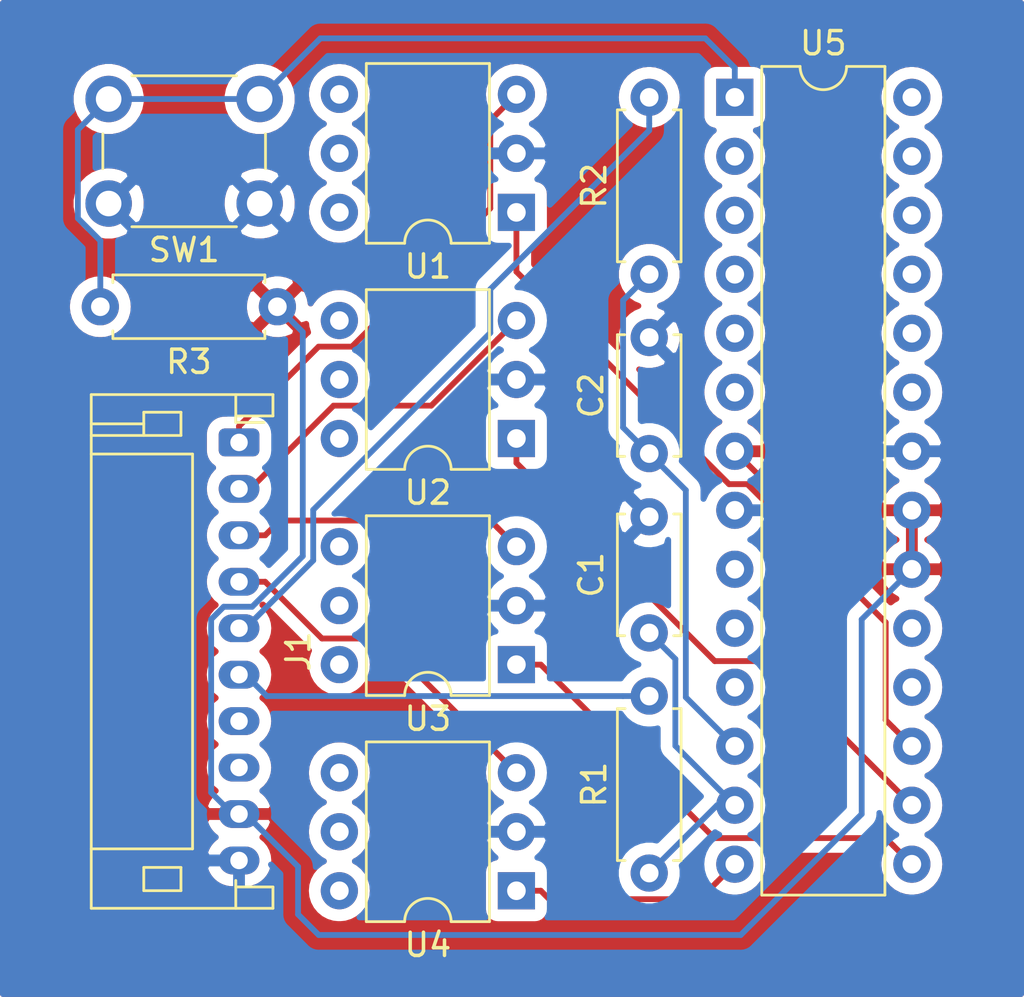
<source format=kicad_pcb>
(kicad_pcb (version 20171130) (host pcbnew "(5.1.2)-1")

  (general
    (thickness 1.6)
    (drawings 0)
    (tracks 102)
    (zones 0)
    (modules 12)
    (nets 46)
  )

  (page A4)
  (layers
    (0 F.Cu signal)
    (31 B.Cu signal)
    (32 B.Adhes user)
    (33 F.Adhes user)
    (34 B.Paste user)
    (35 F.Paste user)
    (36 B.SilkS user)
    (37 F.SilkS user)
    (38 B.Mask user)
    (39 F.Mask user)
    (40 Dwgs.User user)
    (41 Cmts.User user)
    (42 Eco1.User user)
    (43 Eco2.User user)
    (44 Edge.Cuts user)
    (45 Margin user)
    (46 B.CrtYd user)
    (47 F.CrtYd user)
    (48 B.Fab user)
    (49 F.Fab user)
  )

  (setup
    (last_trace_width 0.25)
    (trace_clearance 0.2)
    (zone_clearance 0.508)
    (zone_45_only no)
    (trace_min 0.2)
    (via_size 0.8)
    (via_drill 0.4)
    (via_min_size 0.4)
    (via_min_drill 0.3)
    (uvia_size 0.3)
    (uvia_drill 0.1)
    (uvias_allowed no)
    (uvia_min_size 0.2)
    (uvia_min_drill 0.1)
    (edge_width 0.1)
    (segment_width 0.2)
    (pcb_text_width 0.3)
    (pcb_text_size 1.5 1.5)
    (mod_edge_width 0.15)
    (mod_text_size 1 1)
    (mod_text_width 0.15)
    (pad_size 1.524 1.524)
    (pad_drill 0.762)
    (pad_to_mask_clearance 0)
    (aux_axis_origin 0 0)
    (visible_elements 7FFFFFFF)
    (pcbplotparams
      (layerselection 0x010fc_ffffffff)
      (usegerberextensions false)
      (usegerberattributes false)
      (usegerberadvancedattributes false)
      (creategerberjobfile false)
      (excludeedgelayer true)
      (linewidth 0.100000)
      (plotframeref false)
      (viasonmask false)
      (mode 1)
      (useauxorigin false)
      (hpglpennumber 1)
      (hpglpenspeed 20)
      (hpglpendiameter 15.000000)
      (psnegative false)
      (psa4output false)
      (plotreference true)
      (plotvalue true)
      (plotinvisibletext false)
      (padsonsilk false)
      (subtractmaskfromsilk false)
      (outputformat 1)
      (mirror false)
      (drillshape 0)
      (scaleselection 1)
      (outputdirectory "Gerber/"))
  )

  (net 0 "")
  (net 1 "Net-(U1-Pad6)")
  (net 2 "Net-(U1-Pad5)")
  (net 3 "Net-(U1-Pad4)")
  (net 4 "Net-(U1-Pad1)")
  (net 5 "Net-(U2-Pad6)")
  (net 6 "Net-(U2-Pad5)")
  (net 7 "Net-(U2-Pad4)")
  (net 8 "Net-(U2-Pad1)")
  (net 9 "Net-(U3-Pad6)")
  (net 10 "Net-(U3-Pad5)")
  (net 11 "Net-(U3-Pad4)")
  (net 12 "Net-(U3-Pad1)")
  (net 13 "Net-(U4-Pad6)")
  (net 14 "Net-(U4-Pad5)")
  (net 15 "Net-(U4-Pad4)")
  (net 16 "Net-(U4-Pad1)")
  (net 17 "Net-(U5-Pad28)")
  (net 18 "Net-(U5-Pad27)")
  (net 19 "Net-(U5-Pad26)")
  (net 20 "Net-(U5-Pad25)")
  (net 21 "Net-(U5-Pad11)")
  (net 22 "Net-(U5-Pad24)")
  (net 23 "Net-(U5-Pad10)")
  (net 24 "Net-(U5-Pad23)")
  (net 25 "Net-(U5-Pad9)")
  (net 26 /5V)
  (net 27 "Net-(U5-Pad6)")
  (net 28 "Net-(U5-Pad19)")
  (net 29 "Net-(U5-Pad5)")
  (net 30 "Net-(U5-Pad18)")
  (net 31 "Net-(U5-Pad4)")
  (net 32 "Net-(U5-Pad3)")
  (net 33 "Net-(U5-Pad2)")
  (net 34 "Net-(C1-Pad1)")
  (net 35 "Net-(C2-Pad1)")
  (net 36 "Net-(J1-Pad6)")
  (net 37 "Net-(J1-Pad5)")
  (net 38 "Net-(R3-Pad2)")
  (net 39 "Net-(J1-Pad8)")
  (net 40 "Net-(J1-Pad7)")
  (net 41 "Net-(J1-Pad4)")
  (net 42 "Net-(J1-Pad3)")
  (net 43 "Net-(J1-Pad2)")
  (net 44 "Net-(J1-Pad1)")
  (net 45 /GND)

  (net_class Default "This is the default net class."
    (clearance 0.2)
    (trace_width 0.25)
    (via_dia 0.8)
    (via_drill 0.4)
    (uvia_dia 0.3)
    (uvia_drill 0.1)
    (add_net /5V)
    (add_net /GND)
    (add_net "Net-(C1-Pad1)")
    (add_net "Net-(C2-Pad1)")
    (add_net "Net-(J1-Pad1)")
    (add_net "Net-(J1-Pad2)")
    (add_net "Net-(J1-Pad3)")
    (add_net "Net-(J1-Pad4)")
    (add_net "Net-(J1-Pad5)")
    (add_net "Net-(J1-Pad6)")
    (add_net "Net-(J1-Pad7)")
    (add_net "Net-(J1-Pad8)")
    (add_net "Net-(R3-Pad2)")
    (add_net "Net-(U1-Pad1)")
    (add_net "Net-(U1-Pad4)")
    (add_net "Net-(U1-Pad5)")
    (add_net "Net-(U1-Pad6)")
    (add_net "Net-(U2-Pad1)")
    (add_net "Net-(U2-Pad4)")
    (add_net "Net-(U2-Pad5)")
    (add_net "Net-(U2-Pad6)")
    (add_net "Net-(U3-Pad1)")
    (add_net "Net-(U3-Pad4)")
    (add_net "Net-(U3-Pad5)")
    (add_net "Net-(U3-Pad6)")
    (add_net "Net-(U4-Pad1)")
    (add_net "Net-(U4-Pad4)")
    (add_net "Net-(U4-Pad5)")
    (add_net "Net-(U4-Pad6)")
    (add_net "Net-(U5-Pad10)")
    (add_net "Net-(U5-Pad11)")
    (add_net "Net-(U5-Pad18)")
    (add_net "Net-(U5-Pad19)")
    (add_net "Net-(U5-Pad2)")
    (add_net "Net-(U5-Pad23)")
    (add_net "Net-(U5-Pad24)")
    (add_net "Net-(U5-Pad25)")
    (add_net "Net-(U5-Pad26)")
    (add_net "Net-(U5-Pad27)")
    (add_net "Net-(U5-Pad28)")
    (add_net "Net-(U5-Pad3)")
    (add_net "Net-(U5-Pad4)")
    (add_net "Net-(U5-Pad5)")
    (add_net "Net-(U5-Pad6)")
    (add_net "Net-(U5-Pad9)")
  )

  (module Connector_JST:JST_PH_S10B-PH-K_1x10_P2.00mm_Horizontal (layer F.Cu) (tedit 5B7745C6) (tstamp 5E0981B9)
    (at 88.138 94.869 270)
    (descr "JST PH series connector, S10B-PH-K (http://www.jst-mfg.com/product/pdf/eng/ePH.pdf), generated with kicad-footprint-generator")
    (tags "connector JST PH top entry")
    (path /5E0EA28B)
    (fp_text reference J1 (at 9 -2.55 90) (layer F.SilkS)
      (effects (font (size 1 1) (thickness 0.15)))
    )
    (fp_text value Conn_01x10 (at 9 7.45 90) (layer F.Fab)
      (effects (font (size 1 1) (thickness 0.15)))
    )
    (fp_text user %R (at 9 2.5 90) (layer F.Fab)
      (effects (font (size 1 1) (thickness 0.15)))
    )
    (fp_line (start 0.5 1.375) (end 0 0.875) (layer F.Fab) (width 0.1))
    (fp_line (start -0.5 1.375) (end 0.5 1.375) (layer F.Fab) (width 0.1))
    (fp_line (start 0 0.875) (end -0.5 1.375) (layer F.Fab) (width 0.1))
    (fp_line (start -0.86 0.14) (end -0.86 -1.075) (layer F.SilkS) (width 0.12))
    (fp_line (start 19.25 0.25) (end -1.25 0.25) (layer F.Fab) (width 0.1))
    (fp_line (start 19.25 -1.35) (end 19.25 0.25) (layer F.Fab) (width 0.1))
    (fp_line (start 19.95 -1.35) (end 19.25 -1.35) (layer F.Fab) (width 0.1))
    (fp_line (start 19.95 6.25) (end 19.95 -1.35) (layer F.Fab) (width 0.1))
    (fp_line (start -1.95 6.25) (end 19.95 6.25) (layer F.Fab) (width 0.1))
    (fp_line (start -1.95 -1.35) (end -1.95 6.25) (layer F.Fab) (width 0.1))
    (fp_line (start -1.25 -1.35) (end -1.95 -1.35) (layer F.Fab) (width 0.1))
    (fp_line (start -1.25 0.25) (end -1.25 -1.35) (layer F.Fab) (width 0.1))
    (fp_line (start 20.45 -1.85) (end -2.45 -1.85) (layer F.CrtYd) (width 0.05))
    (fp_line (start 20.45 6.75) (end 20.45 -1.85) (layer F.CrtYd) (width 0.05))
    (fp_line (start -2.45 6.75) (end 20.45 6.75) (layer F.CrtYd) (width 0.05))
    (fp_line (start -2.45 -1.85) (end -2.45 6.75) (layer F.CrtYd) (width 0.05))
    (fp_line (start -0.8 4.1) (end -0.8 6.36) (layer F.SilkS) (width 0.12))
    (fp_line (start -0.3 4.1) (end -0.3 6.36) (layer F.SilkS) (width 0.12))
    (fp_line (start 18.3 2.5) (end 19.3 2.5) (layer F.SilkS) (width 0.12))
    (fp_line (start 18.3 4.1) (end 18.3 2.5) (layer F.SilkS) (width 0.12))
    (fp_line (start 19.3 4.1) (end 18.3 4.1) (layer F.SilkS) (width 0.12))
    (fp_line (start 19.3 2.5) (end 19.3 4.1) (layer F.SilkS) (width 0.12))
    (fp_line (start -0.3 2.5) (end -1.3 2.5) (layer F.SilkS) (width 0.12))
    (fp_line (start -0.3 4.1) (end -0.3 2.5) (layer F.SilkS) (width 0.12))
    (fp_line (start -1.3 4.1) (end -0.3 4.1) (layer F.SilkS) (width 0.12))
    (fp_line (start -1.3 2.5) (end -1.3 4.1) (layer F.SilkS) (width 0.12))
    (fp_line (start 20.06 0.14) (end 19.14 0.14) (layer F.SilkS) (width 0.12))
    (fp_line (start -2.06 0.14) (end -1.14 0.14) (layer F.SilkS) (width 0.12))
    (fp_line (start 17.5 2) (end 17.5 6.36) (layer F.SilkS) (width 0.12))
    (fp_line (start 0.5 2) (end 17.5 2) (layer F.SilkS) (width 0.12))
    (fp_line (start 0.5 6.36) (end 0.5 2) (layer F.SilkS) (width 0.12))
    (fp_line (start 19.14 0.14) (end 18.86 0.14) (layer F.SilkS) (width 0.12))
    (fp_line (start 19.14 -1.46) (end 19.14 0.14) (layer F.SilkS) (width 0.12))
    (fp_line (start 20.06 -1.46) (end 19.14 -1.46) (layer F.SilkS) (width 0.12))
    (fp_line (start 20.06 6.36) (end 20.06 -1.46) (layer F.SilkS) (width 0.12))
    (fp_line (start -2.06 6.36) (end 20.06 6.36) (layer F.SilkS) (width 0.12))
    (fp_line (start -2.06 -1.46) (end -2.06 6.36) (layer F.SilkS) (width 0.12))
    (fp_line (start -1.14 -1.46) (end -2.06 -1.46) (layer F.SilkS) (width 0.12))
    (fp_line (start -1.14 0.14) (end -1.14 -1.46) (layer F.SilkS) (width 0.12))
    (fp_line (start -0.86 0.14) (end -1.14 0.14) (layer F.SilkS) (width 0.12))
    (pad 10 thru_hole oval (at 18 0 270) (size 1.2 1.75) (drill 0.75) (layers *.Cu *.Mask)
      (net 45 /GND))
    (pad 9 thru_hole oval (at 16 0 270) (size 1.2 1.75) (drill 0.75) (layers *.Cu *.Mask)
      (net 26 /5V))
    (pad 8 thru_hole oval (at 14 0 270) (size 1.2 1.75) (drill 0.75) (layers *.Cu *.Mask)
      (net 39 "Net-(J1-Pad8)"))
    (pad 7 thru_hole oval (at 12 0 270) (size 1.2 1.75) (drill 0.75) (layers *.Cu *.Mask)
      (net 40 "Net-(J1-Pad7)"))
    (pad 6 thru_hole oval (at 10 0 270) (size 1.2 1.75) (drill 0.75) (layers *.Cu *.Mask)
      (net 36 "Net-(J1-Pad6)"))
    (pad 5 thru_hole oval (at 8 0 270) (size 1.2 1.75) (drill 0.75) (layers *.Cu *.Mask)
      (net 37 "Net-(J1-Pad5)"))
    (pad 4 thru_hole oval (at 6 0 270) (size 1.2 1.75) (drill 0.75) (layers *.Cu *.Mask)
      (net 41 "Net-(J1-Pad4)"))
    (pad 3 thru_hole oval (at 4 0 270) (size 1.2 1.75) (drill 0.75) (layers *.Cu *.Mask)
      (net 42 "Net-(J1-Pad3)"))
    (pad 2 thru_hole oval (at 2 0 270) (size 1.2 1.75) (drill 0.75) (layers *.Cu *.Mask)
      (net 43 "Net-(J1-Pad2)"))
    (pad 1 thru_hole roundrect (at 0 0 270) (size 1.2 1.75) (drill 0.75) (layers *.Cu *.Mask) (roundrect_rratio 0.208333)
      (net 44 "Net-(J1-Pad1)"))
    (model ${KISYS3DMOD}/Connector_JST.3dshapes/JST_PH_S10B-PH-K_1x10_P2.00mm_Horizontal.wrl
      (at (xyz 0 0 0))
      (scale (xyz 1 1 1))
      (rotate (xyz 0 0 0))
    )
  )

  (module Package_DIP:DIP-6_W7.62mm (layer F.Cu) (tedit 5A02E8C5) (tstamp 5E090D60)
    (at 100.076 114.173 180)
    (descr "6-lead though-hole mounted DIP package, row spacing 7.62 mm (300 mils)")
    (tags "THT DIP DIL PDIP 2.54mm 7.62mm 300mil")
    (path /5E0A6236)
    (fp_text reference U4 (at 3.81 -2.33) (layer F.SilkS)
      (effects (font (size 1 1) (thickness 0.15)))
    )
    (fp_text value MOC3062M (at 3.81 7.41) (layer F.Fab)
      (effects (font (size 1 1) (thickness 0.15)))
    )
    (fp_text user %R (at 3.81 2.54) (layer F.Fab)
      (effects (font (size 1 1) (thickness 0.15)))
    )
    (fp_line (start 8.7 -1.55) (end -1.1 -1.55) (layer F.CrtYd) (width 0.05))
    (fp_line (start 8.7 6.6) (end 8.7 -1.55) (layer F.CrtYd) (width 0.05))
    (fp_line (start -1.1 6.6) (end 8.7 6.6) (layer F.CrtYd) (width 0.05))
    (fp_line (start -1.1 -1.55) (end -1.1 6.6) (layer F.CrtYd) (width 0.05))
    (fp_line (start 6.46 -1.33) (end 4.81 -1.33) (layer F.SilkS) (width 0.12))
    (fp_line (start 6.46 6.41) (end 6.46 -1.33) (layer F.SilkS) (width 0.12))
    (fp_line (start 1.16 6.41) (end 6.46 6.41) (layer F.SilkS) (width 0.12))
    (fp_line (start 1.16 -1.33) (end 1.16 6.41) (layer F.SilkS) (width 0.12))
    (fp_line (start 2.81 -1.33) (end 1.16 -1.33) (layer F.SilkS) (width 0.12))
    (fp_line (start 0.635 -0.27) (end 1.635 -1.27) (layer F.Fab) (width 0.1))
    (fp_line (start 0.635 6.35) (end 0.635 -0.27) (layer F.Fab) (width 0.1))
    (fp_line (start 6.985 6.35) (end 0.635 6.35) (layer F.Fab) (width 0.1))
    (fp_line (start 6.985 -1.27) (end 6.985 6.35) (layer F.Fab) (width 0.1))
    (fp_line (start 1.635 -1.27) (end 6.985 -1.27) (layer F.Fab) (width 0.1))
    (fp_arc (start 3.81 -1.33) (end 2.81 -1.33) (angle -180) (layer F.SilkS) (width 0.12))
    (pad 6 thru_hole oval (at 7.62 0 180) (size 1.6 1.6) (drill 0.8) (layers *.Cu *.Mask)
      (net 13 "Net-(U4-Pad6)"))
    (pad 3 thru_hole oval (at 0 5.08 180) (size 1.6 1.6) (drill 0.8) (layers *.Cu *.Mask)
      (net 41 "Net-(J1-Pad4)"))
    (pad 5 thru_hole oval (at 7.62 2.54 180) (size 1.6 1.6) (drill 0.8) (layers *.Cu *.Mask)
      (net 14 "Net-(U4-Pad5)"))
    (pad 2 thru_hole oval (at 0 2.54 180) (size 1.6 1.6) (drill 0.8) (layers *.Cu *.Mask)
      (net 45 /GND))
    (pad 4 thru_hole oval (at 7.62 5.08 180) (size 1.6 1.6) (drill 0.8) (layers *.Cu *.Mask)
      (net 15 "Net-(U4-Pad4)"))
    (pad 1 thru_hole rect (at 0 0 180) (size 1.6 1.6) (drill 0.8) (layers *.Cu *.Mask)
      (net 16 "Net-(U4-Pad1)"))
    (model ${KISYS3DMOD}/Package_DIP.3dshapes/DIP-6_W7.62mm.wrl
      (at (xyz 0 0 0))
      (scale (xyz 1 1 1))
      (rotate (xyz 0 0 0))
    )
  )

  (module Capacitor_THT:C_Disc_D5.0mm_W2.5mm_P5.00mm (layer F.Cu) (tedit 5AE50EF0) (tstamp 5E091866)
    (at 105.791 103.070666 90)
    (descr "C, Disc series, Radial, pin pitch=5.00mm, , diameter*width=5*2.5mm^2, Capacitor, http://cdn-reichelt.de/documents/datenblatt/B300/DS_KERKO_TC.pdf")
    (tags "C Disc series Radial pin pitch 5.00mm  diameter 5mm width 2.5mm Capacitor")
    (path /5E0F37DF)
    (fp_text reference C1 (at 2.5 -2.5 90) (layer F.SilkS)
      (effects (font (size 1 1) (thickness 0.15)))
    )
    (fp_text value 4.7nF (at 2.5 2.5 90) (layer F.Fab)
      (effects (font (size 1 1) (thickness 0.15)))
    )
    (fp_text user %R (at 2.5 0 90) (layer F.Fab)
      (effects (font (size 1 1) (thickness 0.15)))
    )
    (fp_line (start 6.05 -1.5) (end -1.05 -1.5) (layer F.CrtYd) (width 0.05))
    (fp_line (start 6.05 1.5) (end 6.05 -1.5) (layer F.CrtYd) (width 0.05))
    (fp_line (start -1.05 1.5) (end 6.05 1.5) (layer F.CrtYd) (width 0.05))
    (fp_line (start -1.05 -1.5) (end -1.05 1.5) (layer F.CrtYd) (width 0.05))
    (fp_line (start 5.12 1.055) (end 5.12 1.37) (layer F.SilkS) (width 0.12))
    (fp_line (start 5.12 -1.37) (end 5.12 -1.055) (layer F.SilkS) (width 0.12))
    (fp_line (start -0.12 1.055) (end -0.12 1.37) (layer F.SilkS) (width 0.12))
    (fp_line (start -0.12 -1.37) (end -0.12 -1.055) (layer F.SilkS) (width 0.12))
    (fp_line (start -0.12 1.37) (end 5.12 1.37) (layer F.SilkS) (width 0.12))
    (fp_line (start -0.12 -1.37) (end 5.12 -1.37) (layer F.SilkS) (width 0.12))
    (fp_line (start 5 -1.25) (end 0 -1.25) (layer F.Fab) (width 0.1))
    (fp_line (start 5 1.25) (end 5 -1.25) (layer F.Fab) (width 0.1))
    (fp_line (start 0 1.25) (end 5 1.25) (layer F.Fab) (width 0.1))
    (fp_line (start 0 -1.25) (end 0 1.25) (layer F.Fab) (width 0.1))
    (pad 2 thru_hole circle (at 5 0 90) (size 1.6 1.6) (drill 0.8) (layers *.Cu *.Mask)
      (net 45 /GND))
    (pad 1 thru_hole circle (at 0 0 90) (size 1.6 1.6) (drill 0.8) (layers *.Cu *.Mask)
      (net 34 "Net-(C1-Pad1)"))
    (model ${KISYS3DMOD}/Capacitor_THT.3dshapes/C_Disc_D5.0mm_W2.5mm_P5.00mm.wrl
      (at (xyz 0 0 0))
      (scale (xyz 1 1 1))
      (rotate (xyz 0 0 0))
    )
  )

  (module Button_Switch_THT:SW_PUSH_6mm_H5mm (layer F.Cu) (tedit 5A02FE31) (tstamp 5E098A1F)
    (at 89.027 84.582 180)
    (descr "tactile push button, 6x6mm e.g. PHAP33xx series, height=5mm")
    (tags "tact sw push 6mm")
    (path /5E11EECC)
    (fp_text reference SW1 (at 3.25 -2) (layer F.SilkS)
      (effects (font (size 1 1) (thickness 0.15)))
    )
    (fp_text value SW_Push (at 3.75 6.7) (layer F.Fab)
      (effects (font (size 1 1) (thickness 0.15)))
    )
    (fp_circle (center 3.25 2.25) (end 1.25 2.5) (layer F.Fab) (width 0.1))
    (fp_line (start 6.75 3) (end 6.75 1.5) (layer F.SilkS) (width 0.12))
    (fp_line (start 5.5 -1) (end 1 -1) (layer F.SilkS) (width 0.12))
    (fp_line (start -0.25 1.5) (end -0.25 3) (layer F.SilkS) (width 0.12))
    (fp_line (start 1 5.5) (end 5.5 5.5) (layer F.SilkS) (width 0.12))
    (fp_line (start 8 -1.25) (end 8 5.75) (layer F.CrtYd) (width 0.05))
    (fp_line (start 7.75 6) (end -1.25 6) (layer F.CrtYd) (width 0.05))
    (fp_line (start -1.5 5.75) (end -1.5 -1.25) (layer F.CrtYd) (width 0.05))
    (fp_line (start -1.25 -1.5) (end 7.75 -1.5) (layer F.CrtYd) (width 0.05))
    (fp_line (start -1.5 6) (end -1.25 6) (layer F.CrtYd) (width 0.05))
    (fp_line (start -1.5 5.75) (end -1.5 6) (layer F.CrtYd) (width 0.05))
    (fp_line (start -1.5 -1.5) (end -1.25 -1.5) (layer F.CrtYd) (width 0.05))
    (fp_line (start -1.5 -1.25) (end -1.5 -1.5) (layer F.CrtYd) (width 0.05))
    (fp_line (start 8 -1.5) (end 8 -1.25) (layer F.CrtYd) (width 0.05))
    (fp_line (start 7.75 -1.5) (end 8 -1.5) (layer F.CrtYd) (width 0.05))
    (fp_line (start 8 6) (end 8 5.75) (layer F.CrtYd) (width 0.05))
    (fp_line (start 7.75 6) (end 8 6) (layer F.CrtYd) (width 0.05))
    (fp_line (start 0.25 -0.75) (end 3.25 -0.75) (layer F.Fab) (width 0.1))
    (fp_line (start 0.25 5.25) (end 0.25 -0.75) (layer F.Fab) (width 0.1))
    (fp_line (start 6.25 5.25) (end 0.25 5.25) (layer F.Fab) (width 0.1))
    (fp_line (start 6.25 -0.75) (end 6.25 5.25) (layer F.Fab) (width 0.1))
    (fp_line (start 3.25 -0.75) (end 6.25 -0.75) (layer F.Fab) (width 0.1))
    (fp_text user %R (at 3.25 2.25) (layer F.Fab)
      (effects (font (size 1 1) (thickness 0.15)))
    )
    (pad 1 thru_hole circle (at 6.5 0 270) (size 2 2) (drill 1.1) (layers *.Cu *.Mask)
      (net 45 /GND))
    (pad 2 thru_hole circle (at 6.5 4.5 270) (size 2 2) (drill 1.1) (layers *.Cu *.Mask)
      (net 38 "Net-(R3-Pad2)"))
    (pad 1 thru_hole circle (at 0 0 270) (size 2 2) (drill 1.1) (layers *.Cu *.Mask)
      (net 45 /GND))
    (pad 2 thru_hole circle (at 0 4.5 270) (size 2 2) (drill 1.1) (layers *.Cu *.Mask)
      (net 38 "Net-(R3-Pad2)"))
    (model ${KISYS3DMOD}/Button_Switch_THT.3dshapes/SW_PUSH_6mm_H5mm.wrl
      (at (xyz 0 0 0))
      (scale (xyz 1 1 1))
      (rotate (xyz 0 0 0))
    )
  )

  (module Package_DIP:DIP-6_W7.62mm (layer F.Cu) (tedit 5A02E8C5) (tstamp 5E090D2C)
    (at 100.076 94.699666 180)
    (descr "6-lead though-hole mounted DIP package, row spacing 7.62 mm (300 mils)")
    (tags "THT DIP DIL PDIP 2.54mm 7.62mm 300mil")
    (path /5E093040)
    (fp_text reference U2 (at 3.81 -2.33) (layer F.SilkS)
      (effects (font (size 1 1) (thickness 0.15)))
    )
    (fp_text value MOC3062M (at 3.81 7.41) (layer F.Fab)
      (effects (font (size 1 1) (thickness 0.15)))
    )
    (fp_text user %R (at 3.81 2.54) (layer F.Fab)
      (effects (font (size 1 1) (thickness 0.15)))
    )
    (fp_line (start 8.7 -1.55) (end -1.1 -1.55) (layer F.CrtYd) (width 0.05))
    (fp_line (start 8.7 6.6) (end 8.7 -1.55) (layer F.CrtYd) (width 0.05))
    (fp_line (start -1.1 6.6) (end 8.7 6.6) (layer F.CrtYd) (width 0.05))
    (fp_line (start -1.1 -1.55) (end -1.1 6.6) (layer F.CrtYd) (width 0.05))
    (fp_line (start 6.46 -1.33) (end 4.81 -1.33) (layer F.SilkS) (width 0.12))
    (fp_line (start 6.46 6.41) (end 6.46 -1.33) (layer F.SilkS) (width 0.12))
    (fp_line (start 1.16 6.41) (end 6.46 6.41) (layer F.SilkS) (width 0.12))
    (fp_line (start 1.16 -1.33) (end 1.16 6.41) (layer F.SilkS) (width 0.12))
    (fp_line (start 2.81 -1.33) (end 1.16 -1.33) (layer F.SilkS) (width 0.12))
    (fp_line (start 0.635 -0.27) (end 1.635 -1.27) (layer F.Fab) (width 0.1))
    (fp_line (start 0.635 6.35) (end 0.635 -0.27) (layer F.Fab) (width 0.1))
    (fp_line (start 6.985 6.35) (end 0.635 6.35) (layer F.Fab) (width 0.1))
    (fp_line (start 6.985 -1.27) (end 6.985 6.35) (layer F.Fab) (width 0.1))
    (fp_line (start 1.635 -1.27) (end 6.985 -1.27) (layer F.Fab) (width 0.1))
    (fp_arc (start 3.81 -1.33) (end 2.81 -1.33) (angle -180) (layer F.SilkS) (width 0.12))
    (pad 6 thru_hole oval (at 7.62 0 180) (size 1.6 1.6) (drill 0.8) (layers *.Cu *.Mask)
      (net 5 "Net-(U2-Pad6)"))
    (pad 3 thru_hole oval (at 0 5.08 180) (size 1.6 1.6) (drill 0.8) (layers *.Cu *.Mask)
      (net 43 "Net-(J1-Pad2)"))
    (pad 5 thru_hole oval (at 7.62 2.54 180) (size 1.6 1.6) (drill 0.8) (layers *.Cu *.Mask)
      (net 6 "Net-(U2-Pad5)"))
    (pad 2 thru_hole oval (at 0 2.54 180) (size 1.6 1.6) (drill 0.8) (layers *.Cu *.Mask)
      (net 45 /GND))
    (pad 4 thru_hole oval (at 7.62 5.08 180) (size 1.6 1.6) (drill 0.8) (layers *.Cu *.Mask)
      (net 7 "Net-(U2-Pad4)"))
    (pad 1 thru_hole rect (at 0 0 180) (size 1.6 1.6) (drill 0.8) (layers *.Cu *.Mask)
      (net 8 "Net-(U2-Pad1)"))
    (model ${KISYS3DMOD}/Package_DIP.3dshapes/DIP-6_W7.62mm.wrl
      (at (xyz 0 0 0))
      (scale (xyz 1 1 1))
      (rotate (xyz 0 0 0))
    )
  )

  (module Resistor_THT:R_Axial_DIN0207_L6.3mm_D2.5mm_P7.62mm_Horizontal (layer F.Cu) (tedit 5AE5139B) (tstamp 5E0918C0)
    (at 89.789 89.027 180)
    (descr "Resistor, Axial_DIN0207 series, Axial, Horizontal, pin pitch=7.62mm, 0.25W = 1/4W, length*diameter=6.3*2.5mm^2, http://cdn-reichelt.de/documents/datenblatt/B400/1_4W%23YAG.pdf")
    (tags "Resistor Axial_DIN0207 series Axial Horizontal pin pitch 7.62mm 0.25W = 1/4W length 6.3mm diameter 2.5mm")
    (path /5E120273)
    (fp_text reference R3 (at 3.81 -2.37) (layer F.SilkS)
      (effects (font (size 1 1) (thickness 0.15)))
    )
    (fp_text value 10k (at 3.81 2.37) (layer F.Fab)
      (effects (font (size 1 1) (thickness 0.15)))
    )
    (fp_text user %R (at 3.81 0) (layer F.Fab)
      (effects (font (size 1 1) (thickness 0.15)))
    )
    (fp_line (start 8.67 -1.5) (end -1.05 -1.5) (layer F.CrtYd) (width 0.05))
    (fp_line (start 8.67 1.5) (end 8.67 -1.5) (layer F.CrtYd) (width 0.05))
    (fp_line (start -1.05 1.5) (end 8.67 1.5) (layer F.CrtYd) (width 0.05))
    (fp_line (start -1.05 -1.5) (end -1.05 1.5) (layer F.CrtYd) (width 0.05))
    (fp_line (start 7.08 1.37) (end 7.08 1.04) (layer F.SilkS) (width 0.12))
    (fp_line (start 0.54 1.37) (end 7.08 1.37) (layer F.SilkS) (width 0.12))
    (fp_line (start 0.54 1.04) (end 0.54 1.37) (layer F.SilkS) (width 0.12))
    (fp_line (start 7.08 -1.37) (end 7.08 -1.04) (layer F.SilkS) (width 0.12))
    (fp_line (start 0.54 -1.37) (end 7.08 -1.37) (layer F.SilkS) (width 0.12))
    (fp_line (start 0.54 -1.04) (end 0.54 -1.37) (layer F.SilkS) (width 0.12))
    (fp_line (start 7.62 0) (end 6.96 0) (layer F.Fab) (width 0.1))
    (fp_line (start 0 0) (end 0.66 0) (layer F.Fab) (width 0.1))
    (fp_line (start 6.96 -1.25) (end 0.66 -1.25) (layer F.Fab) (width 0.1))
    (fp_line (start 6.96 1.25) (end 6.96 -1.25) (layer F.Fab) (width 0.1))
    (fp_line (start 0.66 1.25) (end 6.96 1.25) (layer F.Fab) (width 0.1))
    (fp_line (start 0.66 -1.25) (end 0.66 1.25) (layer F.Fab) (width 0.1))
    (pad 2 thru_hole oval (at 7.62 0 180) (size 1.6 1.6) (drill 0.8) (layers *.Cu *.Mask)
      (net 38 "Net-(R3-Pad2)"))
    (pad 1 thru_hole circle (at 0 0 180) (size 1.6 1.6) (drill 0.8) (layers *.Cu *.Mask)
      (net 26 /5V))
    (model ${KISYS3DMOD}/Resistor_THT.3dshapes/R_Axial_DIN0207_L6.3mm_D2.5mm_P7.62mm_Horizontal.wrl
      (at (xyz 0 0 0))
      (scale (xyz 1 1 1))
      (rotate (xyz 0 0 0))
    )
  )

  (module Resistor_THT:R_Axial_DIN0207_L6.3mm_D2.5mm_P7.62mm_Horizontal (layer F.Cu) (tedit 5AE5139B) (tstamp 5E098CC9)
    (at 105.791 87.63 90)
    (descr "Resistor, Axial_DIN0207 series, Axial, Horizontal, pin pitch=7.62mm, 0.25W = 1/4W, length*diameter=6.3*2.5mm^2, http://cdn-reichelt.de/documents/datenblatt/B400/1_4W%23YAG.pdf")
    (tags "Resistor Axial_DIN0207 series Axial Horizontal pin pitch 7.62mm 0.25W = 1/4W length 6.3mm diameter 2.5mm")
    (path /5E0FC8D3)
    (fp_text reference R2 (at 3.81 -2.37 90) (layer F.SilkS)
      (effects (font (size 1 1) (thickness 0.15)))
    )
    (fp_text value 330k (at 3.81 2.37 90) (layer F.Fab)
      (effects (font (size 1 1) (thickness 0.15)))
    )
    (fp_text user %R (at 3.81 0 90) (layer F.Fab)
      (effects (font (size 1 1) (thickness 0.15)))
    )
    (fp_line (start 8.67 -1.5) (end -1.05 -1.5) (layer F.CrtYd) (width 0.05))
    (fp_line (start 8.67 1.5) (end 8.67 -1.5) (layer F.CrtYd) (width 0.05))
    (fp_line (start -1.05 1.5) (end 8.67 1.5) (layer F.CrtYd) (width 0.05))
    (fp_line (start -1.05 -1.5) (end -1.05 1.5) (layer F.CrtYd) (width 0.05))
    (fp_line (start 7.08 1.37) (end 7.08 1.04) (layer F.SilkS) (width 0.12))
    (fp_line (start 0.54 1.37) (end 7.08 1.37) (layer F.SilkS) (width 0.12))
    (fp_line (start 0.54 1.04) (end 0.54 1.37) (layer F.SilkS) (width 0.12))
    (fp_line (start 7.08 -1.37) (end 7.08 -1.04) (layer F.SilkS) (width 0.12))
    (fp_line (start 0.54 -1.37) (end 7.08 -1.37) (layer F.SilkS) (width 0.12))
    (fp_line (start 0.54 -1.04) (end 0.54 -1.37) (layer F.SilkS) (width 0.12))
    (fp_line (start 7.62 0) (end 6.96 0) (layer F.Fab) (width 0.1))
    (fp_line (start 0 0) (end 0.66 0) (layer F.Fab) (width 0.1))
    (fp_line (start 6.96 -1.25) (end 0.66 -1.25) (layer F.Fab) (width 0.1))
    (fp_line (start 6.96 1.25) (end 6.96 -1.25) (layer F.Fab) (width 0.1))
    (fp_line (start 0.66 1.25) (end 6.96 1.25) (layer F.Fab) (width 0.1))
    (fp_line (start 0.66 -1.25) (end 0.66 1.25) (layer F.Fab) (width 0.1))
    (pad 2 thru_hole oval (at 7.62 0 90) (size 1.6 1.6) (drill 0.8) (layers *.Cu *.Mask)
      (net 37 "Net-(J1-Pad5)"))
    (pad 1 thru_hole circle (at 0 0 90) (size 1.6 1.6) (drill 0.8) (layers *.Cu *.Mask)
      (net 35 "Net-(C2-Pad1)"))
    (model ${KISYS3DMOD}/Resistor_THT.3dshapes/R_Axial_DIN0207_L6.3mm_D2.5mm_P7.62mm_Horizontal.wrl
      (at (xyz 0 0 0))
      (scale (xyz 1 1 1))
      (rotate (xyz 0 0 0))
    )
  )

  (module Resistor_THT:R_Axial_DIN0207_L6.3mm_D2.5mm_P7.62mm_Horizontal (layer F.Cu) (tedit 5AE5139B) (tstamp 5E091892)
    (at 105.791 113.411 90)
    (descr "Resistor, Axial_DIN0207 series, Axial, Horizontal, pin pitch=7.62mm, 0.25W = 1/4W, length*diameter=6.3*2.5mm^2, http://cdn-reichelt.de/documents/datenblatt/B400/1_4W%23YAG.pdf")
    (tags "Resistor Axial_DIN0207 series Axial Horizontal pin pitch 7.62mm 0.25W = 1/4W length 6.3mm diameter 2.5mm")
    (path /5E0F294A)
    (fp_text reference R1 (at 3.81 -2.37 90) (layer F.SilkS)
      (effects (font (size 1 1) (thickness 0.15)))
    )
    (fp_text value 330k (at 3.81 2.37 90) (layer F.Fab)
      (effects (font (size 1 1) (thickness 0.15)))
    )
    (fp_text user %R (at 3.81 0 90) (layer F.Fab)
      (effects (font (size 1 1) (thickness 0.15)))
    )
    (fp_line (start 8.67 -1.5) (end -1.05 -1.5) (layer F.CrtYd) (width 0.05))
    (fp_line (start 8.67 1.5) (end 8.67 -1.5) (layer F.CrtYd) (width 0.05))
    (fp_line (start -1.05 1.5) (end 8.67 1.5) (layer F.CrtYd) (width 0.05))
    (fp_line (start -1.05 -1.5) (end -1.05 1.5) (layer F.CrtYd) (width 0.05))
    (fp_line (start 7.08 1.37) (end 7.08 1.04) (layer F.SilkS) (width 0.12))
    (fp_line (start 0.54 1.37) (end 7.08 1.37) (layer F.SilkS) (width 0.12))
    (fp_line (start 0.54 1.04) (end 0.54 1.37) (layer F.SilkS) (width 0.12))
    (fp_line (start 7.08 -1.37) (end 7.08 -1.04) (layer F.SilkS) (width 0.12))
    (fp_line (start 0.54 -1.37) (end 7.08 -1.37) (layer F.SilkS) (width 0.12))
    (fp_line (start 0.54 -1.04) (end 0.54 -1.37) (layer F.SilkS) (width 0.12))
    (fp_line (start 7.62 0) (end 6.96 0) (layer F.Fab) (width 0.1))
    (fp_line (start 0 0) (end 0.66 0) (layer F.Fab) (width 0.1))
    (fp_line (start 6.96 -1.25) (end 0.66 -1.25) (layer F.Fab) (width 0.1))
    (fp_line (start 6.96 1.25) (end 6.96 -1.25) (layer F.Fab) (width 0.1))
    (fp_line (start 0.66 1.25) (end 6.96 1.25) (layer F.Fab) (width 0.1))
    (fp_line (start 0.66 -1.25) (end 0.66 1.25) (layer F.Fab) (width 0.1))
    (pad 2 thru_hole oval (at 7.62 0 90) (size 1.6 1.6) (drill 0.8) (layers *.Cu *.Mask)
      (net 36 "Net-(J1-Pad6)"))
    (pad 1 thru_hole circle (at 0 0 90) (size 1.6 1.6) (drill 0.8) (layers *.Cu *.Mask)
      (net 34 "Net-(C1-Pad1)"))
    (model ${KISYS3DMOD}/Resistor_THT.3dshapes/R_Axial_DIN0207_L6.3mm_D2.5mm_P7.62mm_Horizontal.wrl
      (at (xyz 0 0 0))
      (scale (xyz 1 1 1))
      (rotate (xyz 0 0 0))
    )
  )

  (module Capacitor_THT:C_Disc_D5.0mm_W2.5mm_P5.00mm (layer F.Cu) (tedit 5AE50EF0) (tstamp 5E09187B)
    (at 105.791 95.350333 90)
    (descr "C, Disc series, Radial, pin pitch=5.00mm, , diameter*width=5*2.5mm^2, Capacitor, http://cdn-reichelt.de/documents/datenblatt/B300/DS_KERKO_TC.pdf")
    (tags "C Disc series Radial pin pitch 5.00mm  diameter 5mm width 2.5mm Capacitor")
    (path /5E0FB1DE)
    (fp_text reference C2 (at 2.5 -2.5 90) (layer F.SilkS)
      (effects (font (size 1 1) (thickness 0.15)))
    )
    (fp_text value 4.7nF (at 2.5 2.5 90) (layer F.Fab)
      (effects (font (size 1 1) (thickness 0.15)))
    )
    (fp_text user %R (at 2.5 0 90) (layer F.Fab)
      (effects (font (size 1 1) (thickness 0.15)))
    )
    (fp_line (start 6.05 -1.5) (end -1.05 -1.5) (layer F.CrtYd) (width 0.05))
    (fp_line (start 6.05 1.5) (end 6.05 -1.5) (layer F.CrtYd) (width 0.05))
    (fp_line (start -1.05 1.5) (end 6.05 1.5) (layer F.CrtYd) (width 0.05))
    (fp_line (start -1.05 -1.5) (end -1.05 1.5) (layer F.CrtYd) (width 0.05))
    (fp_line (start 5.12 1.055) (end 5.12 1.37) (layer F.SilkS) (width 0.12))
    (fp_line (start 5.12 -1.37) (end 5.12 -1.055) (layer F.SilkS) (width 0.12))
    (fp_line (start -0.12 1.055) (end -0.12 1.37) (layer F.SilkS) (width 0.12))
    (fp_line (start -0.12 -1.37) (end -0.12 -1.055) (layer F.SilkS) (width 0.12))
    (fp_line (start -0.12 1.37) (end 5.12 1.37) (layer F.SilkS) (width 0.12))
    (fp_line (start -0.12 -1.37) (end 5.12 -1.37) (layer F.SilkS) (width 0.12))
    (fp_line (start 5 -1.25) (end 0 -1.25) (layer F.Fab) (width 0.1))
    (fp_line (start 5 1.25) (end 5 -1.25) (layer F.Fab) (width 0.1))
    (fp_line (start 0 1.25) (end 5 1.25) (layer F.Fab) (width 0.1))
    (fp_line (start 0 -1.25) (end 0 1.25) (layer F.Fab) (width 0.1))
    (pad 2 thru_hole circle (at 5 0 90) (size 1.6 1.6) (drill 0.8) (layers *.Cu *.Mask)
      (net 45 /GND))
    (pad 1 thru_hole circle (at 0 0 90) (size 1.6 1.6) (drill 0.8) (layers *.Cu *.Mask)
      (net 35 "Net-(C2-Pad1)"))
    (model ${KISYS3DMOD}/Capacitor_THT.3dshapes/C_Disc_D5.0mm_W2.5mm_P5.00mm.wrl
      (at (xyz 0 0 0))
      (scale (xyz 1 1 1))
      (rotate (xyz 0 0 0))
    )
  )

  (module Package_DIP:DIP-28_W7.62mm (layer F.Cu) (tedit 5A02E8C5) (tstamp 5E090D90)
    (at 109.474 80.01)
    (descr "28-lead though-hole mounted DIP package, row spacing 7.62 mm (300 mils)")
    (tags "THT DIP DIL PDIP 2.54mm 7.62mm 300mil")
    (path /5E059316)
    (fp_text reference U5 (at 3.81 -2.33) (layer F.SilkS)
      (effects (font (size 1 1) (thickness 0.15)))
    )
    (fp_text value ATmega8-16PU (at 3.81 35.35) (layer F.Fab)
      (effects (font (size 1 1) (thickness 0.15)))
    )
    (fp_text user %R (at 3.81 16.51) (layer F.Fab)
      (effects (font (size 1 1) (thickness 0.15)))
    )
    (fp_line (start 8.7 -1.55) (end -1.1 -1.55) (layer F.CrtYd) (width 0.05))
    (fp_line (start 8.7 34.55) (end 8.7 -1.55) (layer F.CrtYd) (width 0.05))
    (fp_line (start -1.1 34.55) (end 8.7 34.55) (layer F.CrtYd) (width 0.05))
    (fp_line (start -1.1 -1.55) (end -1.1 34.55) (layer F.CrtYd) (width 0.05))
    (fp_line (start 6.46 -1.33) (end 4.81 -1.33) (layer F.SilkS) (width 0.12))
    (fp_line (start 6.46 34.35) (end 6.46 -1.33) (layer F.SilkS) (width 0.12))
    (fp_line (start 1.16 34.35) (end 6.46 34.35) (layer F.SilkS) (width 0.12))
    (fp_line (start 1.16 -1.33) (end 1.16 34.35) (layer F.SilkS) (width 0.12))
    (fp_line (start 2.81 -1.33) (end 1.16 -1.33) (layer F.SilkS) (width 0.12))
    (fp_line (start 0.635 -0.27) (end 1.635 -1.27) (layer F.Fab) (width 0.1))
    (fp_line (start 0.635 34.29) (end 0.635 -0.27) (layer F.Fab) (width 0.1))
    (fp_line (start 6.985 34.29) (end 0.635 34.29) (layer F.Fab) (width 0.1))
    (fp_line (start 6.985 -1.27) (end 6.985 34.29) (layer F.Fab) (width 0.1))
    (fp_line (start 1.635 -1.27) (end 6.985 -1.27) (layer F.Fab) (width 0.1))
    (fp_arc (start 3.81 -1.33) (end 2.81 -1.33) (angle -180) (layer F.SilkS) (width 0.12))
    (pad 28 thru_hole oval (at 7.62 0) (size 1.6 1.6) (drill 0.8) (layers *.Cu *.Mask)
      (net 17 "Net-(U5-Pad28)"))
    (pad 14 thru_hole oval (at 0 33.02) (size 1.6 1.6) (drill 0.8) (layers *.Cu *.Mask)
      (net 16 "Net-(U4-Pad1)"))
    (pad 27 thru_hole oval (at 7.62 2.54) (size 1.6 1.6) (drill 0.8) (layers *.Cu *.Mask)
      (net 18 "Net-(U5-Pad27)"))
    (pad 13 thru_hole oval (at 0 30.48) (size 1.6 1.6) (drill 0.8) (layers *.Cu *.Mask)
      (net 34 "Net-(C1-Pad1)"))
    (pad 26 thru_hole oval (at 7.62 5.08) (size 1.6 1.6) (drill 0.8) (layers *.Cu *.Mask)
      (net 19 "Net-(U5-Pad26)"))
    (pad 12 thru_hole oval (at 0 27.94) (size 1.6 1.6) (drill 0.8) (layers *.Cu *.Mask)
      (net 35 "Net-(C2-Pad1)"))
    (pad 25 thru_hole oval (at 7.62 7.62) (size 1.6 1.6) (drill 0.8) (layers *.Cu *.Mask)
      (net 20 "Net-(U5-Pad25)"))
    (pad 11 thru_hole oval (at 0 25.4) (size 1.6 1.6) (drill 0.8) (layers *.Cu *.Mask)
      (net 21 "Net-(U5-Pad11)"))
    (pad 24 thru_hole oval (at 7.62 10.16) (size 1.6 1.6) (drill 0.8) (layers *.Cu *.Mask)
      (net 22 "Net-(U5-Pad24)"))
    (pad 10 thru_hole oval (at 0 22.86) (size 1.6 1.6) (drill 0.8) (layers *.Cu *.Mask)
      (net 23 "Net-(U5-Pad10)"))
    (pad 23 thru_hole oval (at 7.62 12.7) (size 1.6 1.6) (drill 0.8) (layers *.Cu *.Mask)
      (net 24 "Net-(U5-Pad23)"))
    (pad 9 thru_hole oval (at 0 20.32) (size 1.6 1.6) (drill 0.8) (layers *.Cu *.Mask)
      (net 25 "Net-(U5-Pad9)"))
    (pad 22 thru_hole oval (at 7.62 15.24) (size 1.6 1.6) (drill 0.8) (layers *.Cu *.Mask)
      (net 45 /GND))
    (pad 8 thru_hole oval (at 0 17.78) (size 1.6 1.6) (drill 0.8) (layers *.Cu *.Mask)
      (net 45 /GND))
    (pad 21 thru_hole oval (at 7.62 17.78) (size 1.6 1.6) (drill 0.8) (layers *.Cu *.Mask)
      (net 26 /5V))
    (pad 7 thru_hole oval (at 0 15.24) (size 1.6 1.6) (drill 0.8) (layers *.Cu *.Mask)
      (net 26 /5V))
    (pad 20 thru_hole oval (at 7.62 20.32) (size 1.6 1.6) (drill 0.8) (layers *.Cu *.Mask)
      (net 26 /5V))
    (pad 6 thru_hole oval (at 0 12.7) (size 1.6 1.6) (drill 0.8) (layers *.Cu *.Mask)
      (net 27 "Net-(U5-Pad6)"))
    (pad 19 thru_hole oval (at 7.62 22.86) (size 1.6 1.6) (drill 0.8) (layers *.Cu *.Mask)
      (net 28 "Net-(U5-Pad19)"))
    (pad 5 thru_hole oval (at 0 10.16) (size 1.6 1.6) (drill 0.8) (layers *.Cu *.Mask)
      (net 29 "Net-(U5-Pad5)"))
    (pad 18 thru_hole oval (at 7.62 25.4) (size 1.6 1.6) (drill 0.8) (layers *.Cu *.Mask)
      (net 30 "Net-(U5-Pad18)"))
    (pad 4 thru_hole oval (at 0 7.62) (size 1.6 1.6) (drill 0.8) (layers *.Cu *.Mask)
      (net 31 "Net-(U5-Pad4)"))
    (pad 17 thru_hole oval (at 7.62 27.94) (size 1.6 1.6) (drill 0.8) (layers *.Cu *.Mask)
      (net 4 "Net-(U1-Pad1)"))
    (pad 3 thru_hole oval (at 0 5.08) (size 1.6 1.6) (drill 0.8) (layers *.Cu *.Mask)
      (net 32 "Net-(U5-Pad3)"))
    (pad 16 thru_hole oval (at 7.62 30.48) (size 1.6 1.6) (drill 0.8) (layers *.Cu *.Mask)
      (net 8 "Net-(U2-Pad1)"))
    (pad 2 thru_hole oval (at 0 2.54) (size 1.6 1.6) (drill 0.8) (layers *.Cu *.Mask)
      (net 33 "Net-(U5-Pad2)"))
    (pad 15 thru_hole oval (at 7.62 33.02) (size 1.6 1.6) (drill 0.8) (layers *.Cu *.Mask)
      (net 12 "Net-(U3-Pad1)"))
    (pad 1 thru_hole rect (at 0 0) (size 1.6 1.6) (drill 0.8) (layers *.Cu *.Mask)
      (net 38 "Net-(R3-Pad2)"))
    (model ${KISYS3DMOD}/Package_DIP.3dshapes/DIP-28_W7.62mm.wrl
      (at (xyz 0 0 0))
      (scale (xyz 1 1 1))
      (rotate (xyz 0 0 0))
    )
  )

  (module Package_DIP:DIP-6_W7.62mm (layer F.Cu) (tedit 5A02E8C5) (tstamp 5E090D46)
    (at 100.076 104.436332 180)
    (descr "6-lead though-hole mounted DIP package, row spacing 7.62 mm (300 mils)")
    (tags "THT DIP DIL PDIP 2.54mm 7.62mm 300mil")
    (path /5E0A480A)
    (fp_text reference U3 (at 3.81 -2.33) (layer F.SilkS)
      (effects (font (size 1 1) (thickness 0.15)))
    )
    (fp_text value MOC3062M (at 3.81 7.41) (layer F.Fab)
      (effects (font (size 1 1) (thickness 0.15)))
    )
    (fp_text user %R (at 3.81 2.54) (layer F.Fab)
      (effects (font (size 1 1) (thickness 0.15)))
    )
    (fp_line (start 8.7 -1.55) (end -1.1 -1.55) (layer F.CrtYd) (width 0.05))
    (fp_line (start 8.7 6.6) (end 8.7 -1.55) (layer F.CrtYd) (width 0.05))
    (fp_line (start -1.1 6.6) (end 8.7 6.6) (layer F.CrtYd) (width 0.05))
    (fp_line (start -1.1 -1.55) (end -1.1 6.6) (layer F.CrtYd) (width 0.05))
    (fp_line (start 6.46 -1.33) (end 4.81 -1.33) (layer F.SilkS) (width 0.12))
    (fp_line (start 6.46 6.41) (end 6.46 -1.33) (layer F.SilkS) (width 0.12))
    (fp_line (start 1.16 6.41) (end 6.46 6.41) (layer F.SilkS) (width 0.12))
    (fp_line (start 1.16 -1.33) (end 1.16 6.41) (layer F.SilkS) (width 0.12))
    (fp_line (start 2.81 -1.33) (end 1.16 -1.33) (layer F.SilkS) (width 0.12))
    (fp_line (start 0.635 -0.27) (end 1.635 -1.27) (layer F.Fab) (width 0.1))
    (fp_line (start 0.635 6.35) (end 0.635 -0.27) (layer F.Fab) (width 0.1))
    (fp_line (start 6.985 6.35) (end 0.635 6.35) (layer F.Fab) (width 0.1))
    (fp_line (start 6.985 -1.27) (end 6.985 6.35) (layer F.Fab) (width 0.1))
    (fp_line (start 1.635 -1.27) (end 6.985 -1.27) (layer F.Fab) (width 0.1))
    (fp_arc (start 3.81 -1.33) (end 2.81 -1.33) (angle -180) (layer F.SilkS) (width 0.12))
    (pad 6 thru_hole oval (at 7.62 0 180) (size 1.6 1.6) (drill 0.8) (layers *.Cu *.Mask)
      (net 9 "Net-(U3-Pad6)"))
    (pad 3 thru_hole oval (at 0 5.08 180) (size 1.6 1.6) (drill 0.8) (layers *.Cu *.Mask)
      (net 42 "Net-(J1-Pad3)"))
    (pad 5 thru_hole oval (at 7.62 2.54 180) (size 1.6 1.6) (drill 0.8) (layers *.Cu *.Mask)
      (net 10 "Net-(U3-Pad5)"))
    (pad 2 thru_hole oval (at 0 2.54 180) (size 1.6 1.6) (drill 0.8) (layers *.Cu *.Mask)
      (net 45 /GND))
    (pad 4 thru_hole oval (at 7.62 5.08 180) (size 1.6 1.6) (drill 0.8) (layers *.Cu *.Mask)
      (net 11 "Net-(U3-Pad4)"))
    (pad 1 thru_hole rect (at 0 0 180) (size 1.6 1.6) (drill 0.8) (layers *.Cu *.Mask)
      (net 12 "Net-(U3-Pad1)"))
    (model ${KISYS3DMOD}/Package_DIP.3dshapes/DIP-6_W7.62mm.wrl
      (at (xyz 0 0 0))
      (scale (xyz 1 1 1))
      (rotate (xyz 0 0 0))
    )
  )

  (module Package_DIP:DIP-6_W7.62mm (layer F.Cu) (tedit 5A02E8C5) (tstamp 5E090D12)
    (at 100.076 84.963 180)
    (descr "6-lead though-hole mounted DIP package, row spacing 7.62 mm (300 mils)")
    (tags "THT DIP DIL PDIP 2.54mm 7.62mm 300mil")
    (path /5E0A736C)
    (fp_text reference U1 (at 3.81 -2.33) (layer F.SilkS)
      (effects (font (size 1 1) (thickness 0.15)))
    )
    (fp_text value MOC3062M (at 3.81 7.41) (layer F.Fab)
      (effects (font (size 1 1) (thickness 0.15)))
    )
    (fp_text user %R (at 3.81 2.54) (layer F.Fab)
      (effects (font (size 1 1) (thickness 0.15)))
    )
    (fp_line (start 8.7 -1.55) (end -1.1 -1.55) (layer F.CrtYd) (width 0.05))
    (fp_line (start 8.7 6.6) (end 8.7 -1.55) (layer F.CrtYd) (width 0.05))
    (fp_line (start -1.1 6.6) (end 8.7 6.6) (layer F.CrtYd) (width 0.05))
    (fp_line (start -1.1 -1.55) (end -1.1 6.6) (layer F.CrtYd) (width 0.05))
    (fp_line (start 6.46 -1.33) (end 4.81 -1.33) (layer F.SilkS) (width 0.12))
    (fp_line (start 6.46 6.41) (end 6.46 -1.33) (layer F.SilkS) (width 0.12))
    (fp_line (start 1.16 6.41) (end 6.46 6.41) (layer F.SilkS) (width 0.12))
    (fp_line (start 1.16 -1.33) (end 1.16 6.41) (layer F.SilkS) (width 0.12))
    (fp_line (start 2.81 -1.33) (end 1.16 -1.33) (layer F.SilkS) (width 0.12))
    (fp_line (start 0.635 -0.27) (end 1.635 -1.27) (layer F.Fab) (width 0.1))
    (fp_line (start 0.635 6.35) (end 0.635 -0.27) (layer F.Fab) (width 0.1))
    (fp_line (start 6.985 6.35) (end 0.635 6.35) (layer F.Fab) (width 0.1))
    (fp_line (start 6.985 -1.27) (end 6.985 6.35) (layer F.Fab) (width 0.1))
    (fp_line (start 1.635 -1.27) (end 6.985 -1.27) (layer F.Fab) (width 0.1))
    (fp_arc (start 3.81 -1.33) (end 2.81 -1.33) (angle -180) (layer F.SilkS) (width 0.12))
    (pad 6 thru_hole oval (at 7.62 0 180) (size 1.6 1.6) (drill 0.8) (layers *.Cu *.Mask)
      (net 1 "Net-(U1-Pad6)"))
    (pad 3 thru_hole oval (at 0 5.08 180) (size 1.6 1.6) (drill 0.8) (layers *.Cu *.Mask)
      (net 44 "Net-(J1-Pad1)"))
    (pad 5 thru_hole oval (at 7.62 2.54 180) (size 1.6 1.6) (drill 0.8) (layers *.Cu *.Mask)
      (net 2 "Net-(U1-Pad5)"))
    (pad 2 thru_hole oval (at 0 2.54 180) (size 1.6 1.6) (drill 0.8) (layers *.Cu *.Mask)
      (net 45 /GND))
    (pad 4 thru_hole oval (at 7.62 5.08 180) (size 1.6 1.6) (drill 0.8) (layers *.Cu *.Mask)
      (net 3 "Net-(U1-Pad4)"))
    (pad 1 thru_hole rect (at 0 0 180) (size 1.6 1.6) (drill 0.8) (layers *.Cu *.Mask)
      (net 4 "Net-(U1-Pad1)"))
    (model ${KISYS3DMOD}/Package_DIP.3dshapes/DIP-6_W7.62mm.wrl
      (at (xyz 0 0 0))
      (scale (xyz 1 1 1))
      (rotate (xyz 0 0 0))
    )
  )

  (segment (start 115.968999 102.619997) (end 115.968999 106.824999) (width 0.25) (layer F.Cu) (net 4))
  (segment (start 110.014001 96.664999) (end 115.968999 102.619997) (width 0.25) (layer F.Cu) (net 4))
  (segment (start 116.294001 107.150001) (end 117.094 107.95) (width 0.25) (layer F.Cu) (net 4))
  (segment (start 109.223997 96.664999) (end 110.014001 96.664999) (width 0.25) (layer F.Cu) (net 4))
  (segment (start 100.076 87.517002) (end 109.223997 96.664999) (width 0.25) (layer F.Cu) (net 4))
  (segment (start 115.968999 106.824999) (end 116.294001 107.150001) (width 0.25) (layer F.Cu) (net 4))
  (segment (start 100.076 84.963) (end 100.076 87.517002) (width 0.25) (layer F.Cu) (net 4))
  (segment (start 116.294001 109.690001) (end 117.094 110.49) (width 0.25) (layer F.Cu) (net 8))
  (segment (start 110.888999 104.284999) (end 116.294001 109.690001) (width 0.25) (layer F.Cu) (net 8))
  (segment (start 108.611333 104.284999) (end 110.888999 104.284999) (width 0.25) (layer F.Cu) (net 8))
  (segment (start 100.076 95.749666) (end 108.611333 104.284999) (width 0.25) (layer F.Cu) (net 8))
  (segment (start 100.076 94.699666) (end 100.076 95.749666) (width 0.25) (layer F.Cu) (net 8))
  (segment (start 116.294001 112.230001) (end 117.094 113.03) (width 0.25) (layer F.Cu) (net 12))
  (segment (start 115.968999 111.904999) (end 116.294001 112.230001) (width 0.25) (layer F.Cu) (net 12))
  (segment (start 108.594667 111.904999) (end 115.968999 111.904999) (width 0.25) (layer F.Cu) (net 12))
  (segment (start 101.126 104.436332) (end 108.594667 111.904999) (width 0.25) (layer F.Cu) (net 12))
  (segment (start 100.076 104.436332) (end 101.126 104.436332) (width 0.25) (layer F.Cu) (net 12))
  (segment (start 108.674001 113.829999) (end 109.474 113.03) (width 0.25) (layer F.Cu) (net 16))
  (segment (start 107.967999 114.536001) (end 108.674001 113.829999) (width 0.25) (layer F.Cu) (net 16))
  (segment (start 101.489001 114.536001) (end 107.967999 114.536001) (width 0.25) (layer F.Cu) (net 16))
  (segment (start 101.126 114.173) (end 101.489001 114.536001) (width 0.25) (layer F.Cu) (net 16))
  (segment (start 100.076 114.173) (end 101.126 114.173) (width 0.25) (layer F.Cu) (net 16))
  (segment (start 117.094 99.19863) (end 117.094 97.79) (width 0.25) (layer B.Cu) (net 26))
  (segment (start 117.094 100.33) (end 117.094 99.19863) (width 0.25) (layer B.Cu) (net 26))
  (segment (start 114.935 110.871) (end 114.935 102.489) (width 0.25) (layer B.Cu) (net 26))
  (segment (start 114.935 102.489) (end 117.094 100.33) (width 0.25) (layer B.Cu) (net 26))
  (segment (start 88.413 110.869) (end 90.678 113.134) (width 0.25) (layer B.Cu) (net 26))
  (segment (start 88.138 110.869) (end 88.413 110.869) (width 0.25) (layer B.Cu) (net 26))
  (segment (start 90.678 113.134) (end 90.678 115.189) (width 0.25) (layer B.Cu) (net 26))
  (segment (start 90.678 115.189) (end 91.567 116.078) (width 0.25) (layer B.Cu) (net 26))
  (segment (start 91.567 116.078) (end 109.728 116.078) (width 0.25) (layer B.Cu) (net 26))
  (segment (start 109.728 116.078) (end 114.935 110.871) (width 0.25) (layer B.Cu) (net 26))
  (segment (start 112.014 97.79) (end 117.094 97.79) (width 0.25) (layer F.Cu) (net 26))
  (segment (start 109.474 95.25) (end 112.014 97.79) (width 0.25) (layer F.Cu) (net 26))
  (segment (start 90.880989 90.118989) (end 89.789 89.027) (width 0.25) (layer B.Cu) (net 26))
  (segment (start 90.880989 99.764601) (end 90.880989 90.118989) (width 0.25) (layer B.Cu) (net 26))
  (segment (start 87.863 110.869) (end 86.93799 109.94399) (width 0.25) (layer B.Cu) (net 26))
  (segment (start 88.138 110.869) (end 87.863 110.869) (width 0.25) (layer B.Cu) (net 26))
  (segment (start 86.93799 109.94399) (end 86.93799 102.485849) (width 0.25) (layer B.Cu) (net 26))
  (segment (start 86.93799 102.485849) (end 87.479849 101.94399) (width 0.25) (layer B.Cu) (net 26))
  (segment (start 87.479849 101.94399) (end 88.7016 101.94399) (width 0.25) (layer B.Cu) (net 26))
  (segment (start 88.7016 101.94399) (end 90.880989 99.764601) (width 0.25) (layer B.Cu) (net 26))
  (segment (start 108.712 110.49) (end 109.474 110.49) (width 0.25) (layer B.Cu) (net 34))
  (segment (start 105.791 113.411) (end 108.712 110.49) (width 0.25) (layer B.Cu) (net 34))
  (segment (start 106.590999 103.870665) (end 105.791 103.070666) (width 0.25) (layer B.Cu) (net 34))
  (segment (start 106.916001 104.195667) (end 106.590999 103.870665) (width 0.25) (layer B.Cu) (net 34))
  (segment (start 106.916001 107.932001) (end 106.916001 104.195667) (width 0.25) (layer B.Cu) (net 34))
  (segment (start 109.474 110.49) (end 106.916001 107.932001) (width 0.25) (layer B.Cu) (net 34))
  (segment (start 106.590999 96.150332) (end 105.791 95.350333) (width 0.25) (layer B.Cu) (net 35))
  (segment (start 107.366011 96.925344) (end 106.590999 96.150332) (width 0.25) (layer B.Cu) (net 35))
  (segment (start 107.366011 105.842011) (end 107.366011 96.925344) (width 0.25) (layer B.Cu) (net 35))
  (segment (start 109.474 107.95) (end 107.366011 105.842011) (width 0.25) (layer B.Cu) (net 35))
  (segment (start 104.991001 94.550334) (end 105.791 95.350333) (width 0.25) (layer B.Cu) (net 35))
  (segment (start 104.665999 94.225332) (end 104.991001 94.550334) (width 0.25) (layer B.Cu) (net 35))
  (segment (start 104.665999 88.755001) (end 104.665999 94.225332) (width 0.25) (layer B.Cu) (net 35))
  (segment (start 105.791 87.63) (end 104.665999 88.755001) (width 0.25) (layer B.Cu) (net 35))
  (segment (start 104.65963 105.791) (end 105.791 105.791) (width 0.25) (layer B.Cu) (net 36))
  (segment (start 89.335 105.791) (end 104.65963 105.791) (width 0.25) (layer B.Cu) (net 36))
  (segment (start 88.413 104.869) (end 89.335 105.791) (width 0.25) (layer B.Cu) (net 36))
  (segment (start 88.138 104.869) (end 88.413 104.869) (width 0.25) (layer B.Cu) (net 36))
  (segment (start 88.138 102.869) (end 88.138 102.452161) (width 0.25) (layer B.Cu) (net 37))
  (segment (start 105.791 81.14137) (end 105.791 80.01) (width 0.25) (layer B.Cu) (net 37))
  (segment (start 105.791 81.433002) (end 105.791 81.14137) (width 0.25) (layer B.Cu) (net 37))
  (segment (start 98.950999 88.273003) (end 105.791 81.433002) (width 0.25) (layer B.Cu) (net 37))
  (segment (start 98.950999 90.152001) (end 98.950999 88.273003) (width 0.25) (layer B.Cu) (net 37))
  (segment (start 91.330999 97.772001) (end 98.950999 90.152001) (width 0.25) (layer B.Cu) (net 37))
  (segment (start 91.330999 99.951001) (end 91.330999 97.772001) (width 0.25) (layer B.Cu) (net 37))
  (segment (start 88.413 102.869) (end 91.330999 99.951001) (width 0.25) (layer B.Cu) (net 37))
  (segment (start 88.138 102.869) (end 88.413 102.869) (width 0.25) (layer B.Cu) (net 37))
  (segment (start 81.527001 81.081999) (end 82.527 80.082) (width 0.25) (layer B.Cu) (net 38))
  (segment (start 81.201999 81.407001) (end 81.527001 81.081999) (width 0.25) (layer B.Cu) (net 38))
  (segment (start 81.201999 85.218001) (end 81.201999 81.407001) (width 0.25) (layer B.Cu) (net 38))
  (segment (start 82.169 86.185002) (end 81.201999 85.218001) (width 0.25) (layer B.Cu) (net 38))
  (segment (start 82.169 89.027) (end 82.169 86.185002) (width 0.25) (layer B.Cu) (net 38))
  (segment (start 83.941213 80.082) (end 89.027 80.082) (width 0.25) (layer B.Cu) (net 38))
  (segment (start 82.527 80.082) (end 83.941213 80.082) (width 0.25) (layer B.Cu) (net 38))
  (segment (start 109.474 78.74) (end 109.474 80.01) (width 0.25) (layer B.Cu) (net 38))
  (segment (start 108.204 77.47) (end 109.474 78.74) (width 0.25) (layer B.Cu) (net 38))
  (segment (start 89.027 80.082) (end 91.639 77.47) (width 0.25) (layer B.Cu) (net 38))
  (segment (start 91.639 77.47) (end 108.204 77.47) (width 0.25) (layer B.Cu) (net 38))
  (segment (start 99.276001 108.293001) (end 100.076 109.093) (width 0.25) (layer F.Cu) (net 41))
  (segment (start 94.294331 103.311331) (end 99.276001 108.293001) (width 0.25) (layer F.Cu) (net 41))
  (segment (start 91.705331 103.311331) (end 94.294331 103.311331) (width 0.25) (layer F.Cu) (net 41))
  (segment (start 89.263 100.869) (end 91.705331 103.311331) (width 0.25) (layer F.Cu) (net 41))
  (segment (start 88.138 100.869) (end 89.263 100.869) (width 0.25) (layer F.Cu) (net 41))
  (segment (start 99.276001 98.556333) (end 100.076 99.356332) (width 0.25) (layer F.Cu) (net 42))
  (segment (start 98.950999 98.231331) (end 99.276001 98.556333) (width 0.25) (layer F.Cu) (net 42))
  (segment (start 89.900669 98.231331) (end 98.950999 98.231331) (width 0.25) (layer F.Cu) (net 42))
  (segment (start 89.263 98.869) (end 89.900669 98.231331) (width 0.25) (layer F.Cu) (net 42))
  (segment (start 88.138 98.869) (end 89.263 98.869) (width 0.25) (layer F.Cu) (net 42))
  (segment (start 99.276001 90.419665) (end 100.076 89.619666) (width 0.25) (layer F.Cu) (net 43))
  (segment (start 96.410999 93.284667) (end 99.276001 90.419665) (width 0.25) (layer F.Cu) (net 43))
  (segment (start 92.205997 93.284667) (end 96.410999 93.284667) (width 0.25) (layer F.Cu) (net 43))
  (segment (start 88.621664 96.869) (end 92.205997 93.284667) (width 0.25) (layer F.Cu) (net 43))
  (segment (start 88.138 96.869) (end 88.621664 96.869) (width 0.25) (layer F.Cu) (net 43))
  (segment (start 99.276001 80.682999) (end 100.076 79.883) (width 0.25) (layer F.Cu) (net 44))
  (segment (start 98.950999 81.008001) (end 99.276001 80.682999) (width 0.25) (layer F.Cu) (net 44))
  (segment (start 98.950999 84.789669) (end 98.950999 81.008001) (width 0.25) (layer F.Cu) (net 44))
  (segment (start 92.996001 90.744667) (end 98.950999 84.789669) (width 0.25) (layer F.Cu) (net 44))
  (segment (start 91.562333 90.744667) (end 92.996001 90.744667) (width 0.25) (layer F.Cu) (net 44))
  (segment (start 88.138 94.169) (end 91.562333 90.744667) (width 0.25) (layer F.Cu) (net 44))
  (segment (start 88.138 94.869) (end 88.138 94.169) (width 0.25) (layer F.Cu) (net 44))

  (zone (net 45) (net_name /GND) (layer B.Cu) (tstamp 5E0A4BBC) (hatch edge 0.508)
    (connect_pads (clearance 0.508))
    (min_thickness 0.254)
    (fill yes (arc_segments 32) (thermal_gap 0.508) (thermal_bridge_width 0.508))
    (polygon
      (pts
        (xy 77.851 75.819) (xy 121.92 75.819) (xy 121.92 118.745) (xy 77.851 118.745)
      )
    )
    (filled_polygon
      (pts
        (xy 121.793 118.618) (xy 77.978 118.618) (xy 77.978 113.186609) (xy 86.669538 113.186609) (xy 86.673409 113.224282)
        (xy 86.765579 113.449533) (xy 86.899922 113.652474) (xy 87.071275 113.825307) (xy 87.273054 113.96139) (xy 87.497504 114.055493)
        (xy 87.736 114.104) (xy 88.011 114.104) (xy 88.011 112.996) (xy 86.794269 112.996) (xy 86.669538 113.186609)
        (xy 77.978 113.186609) (xy 77.978 81.407001) (xy 80.438323 81.407001) (xy 80.442 81.444333) (xy 80.441999 85.180678)
        (xy 80.438323 85.218001) (xy 80.441999 85.255323) (xy 80.441999 85.255333) (xy 80.452996 85.366986) (xy 80.487113 85.479456)
        (xy 80.496453 85.510247) (xy 80.567025 85.642277) (xy 80.569261 85.645001) (xy 80.661998 85.758002) (xy 80.691001 85.781805)
        (xy 81.409001 86.499805) (xy 81.409 87.806099) (xy 81.367899 87.828068) (xy 81.149392 88.007392) (xy 80.970068 88.225899)
        (xy 80.836818 88.475192) (xy 80.754764 88.745691) (xy 80.727057 89.027) (xy 80.754764 89.308309) (xy 80.836818 89.578808)
        (xy 80.970068 89.828101) (xy 81.149392 90.046608) (xy 81.367899 90.225932) (xy 81.617192 90.359182) (xy 81.887691 90.441236)
        (xy 82.098508 90.462) (xy 82.239492 90.462) (xy 82.450309 90.441236) (xy 82.720808 90.359182) (xy 82.970101 90.225932)
        (xy 83.188608 90.046608) (xy 83.367932 89.828101) (xy 83.501182 89.578808) (xy 83.583236 89.308309) (xy 83.610943 89.027)
        (xy 83.583236 88.745691) (xy 83.501182 88.475192) (xy 83.367932 88.225899) (xy 83.188608 88.007392) (xy 82.970101 87.828068)
        (xy 82.929 87.806099) (xy 82.929 86.222325) (xy 82.932676 86.185002) (xy 82.931406 86.172108) (xy 83.213088 86.074795)
        (xy 83.387044 85.981814) (xy 83.482808 85.717413) (xy 88.071192 85.717413) (xy 88.166956 85.981814) (xy 88.456571 86.122704)
        (xy 88.768108 86.204384) (xy 89.089595 86.223718) (xy 89.408675 86.179961) (xy 89.713088 86.074795) (xy 89.887044 85.981814)
        (xy 89.982808 85.717413) (xy 89.027 84.761605) (xy 88.071192 85.717413) (xy 83.482808 85.717413) (xy 82.527 84.761605)
        (xy 82.512858 84.775748) (xy 82.333253 84.596143) (xy 82.347395 84.582) (xy 82.706605 84.582) (xy 83.662413 85.537808)
        (xy 83.926814 85.442044) (xy 84.067704 85.152429) (xy 84.149384 84.840892) (xy 84.161189 84.644595) (xy 87.385282 84.644595)
        (xy 87.429039 84.963675) (xy 87.534205 85.268088) (xy 87.627186 85.442044) (xy 87.891587 85.537808) (xy 88.847395 84.582)
        (xy 89.206605 84.582) (xy 90.162413 85.537808) (xy 90.426814 85.442044) (xy 90.567704 85.152429) (xy 90.649384 84.840892)
        (xy 90.668718 84.519405) (xy 90.624961 84.200325) (xy 90.519795 83.895912) (xy 90.426814 83.721956) (xy 90.162413 83.626192)
        (xy 89.206605 84.582) (xy 88.847395 84.582) (xy 87.891587 83.626192) (xy 87.627186 83.721956) (xy 87.486296 84.011571)
        (xy 87.404616 84.323108) (xy 87.385282 84.644595) (xy 84.161189 84.644595) (xy 84.168718 84.519405) (xy 84.124961 84.200325)
        (xy 84.019795 83.895912) (xy 83.926814 83.721956) (xy 83.662413 83.626192) (xy 82.706605 84.582) (xy 82.347395 84.582)
        (xy 82.333253 84.567858) (xy 82.512858 84.388253) (xy 82.527 84.402395) (xy 83.482808 83.446587) (xy 88.071192 83.446587)
        (xy 89.027 84.402395) (xy 89.982808 83.446587) (xy 89.887044 83.182186) (xy 89.597429 83.041296) (xy 89.285892 82.959616)
        (xy 88.964405 82.940282) (xy 88.645325 82.984039) (xy 88.340912 83.089205) (xy 88.166956 83.182186) (xy 88.071192 83.446587)
        (xy 83.482808 83.446587) (xy 83.387044 83.182186) (xy 83.097429 83.041296) (xy 82.785892 82.959616) (xy 82.464405 82.940282)
        (xy 82.145325 82.984039) (xy 81.961999 83.047373) (xy 81.961999 81.721802) (xy 82.035624 81.648177) (xy 82.050088 81.654168)
        (xy 82.365967 81.717) (xy 82.688033 81.717) (xy 83.003912 81.654168) (xy 83.301463 81.530918) (xy 83.569252 81.351987)
        (xy 83.796987 81.124252) (xy 83.975918 80.856463) (xy 83.981909 80.842) (xy 87.572091 80.842) (xy 87.578082 80.856463)
        (xy 87.757013 81.124252) (xy 87.984748 81.351987) (xy 88.252537 81.530918) (xy 88.550088 81.654168) (xy 88.865967 81.717)
        (xy 89.188033 81.717) (xy 89.503912 81.654168) (xy 89.801463 81.530918) (xy 90.069252 81.351987) (xy 90.296987 81.124252)
        (xy 90.475918 80.856463) (xy 90.599168 80.558912) (xy 90.662 80.243033) (xy 90.662 79.920967) (xy 90.654448 79.883)
        (xy 91.014057 79.883) (xy 91.041764 80.164309) (xy 91.123818 80.434808) (xy 91.257068 80.684101) (xy 91.436392 80.902608)
        (xy 91.654899 81.081932) (xy 91.787858 81.153) (xy 91.654899 81.224068) (xy 91.436392 81.403392) (xy 91.257068 81.621899)
        (xy 91.123818 81.871192) (xy 91.041764 82.141691) (xy 91.014057 82.423) (xy 91.041764 82.704309) (xy 91.123818 82.974808)
        (xy 91.257068 83.224101) (xy 91.436392 83.442608) (xy 91.654899 83.621932) (xy 91.787858 83.693) (xy 91.654899 83.764068)
        (xy 91.436392 83.943392) (xy 91.257068 84.161899) (xy 91.123818 84.411192) (xy 91.041764 84.681691) (xy 91.014057 84.963)
        (xy 91.041764 85.244309) (xy 91.123818 85.514808) (xy 91.257068 85.764101) (xy 91.436392 85.982608) (xy 91.654899 86.161932)
        (xy 91.904192 86.295182) (xy 92.174691 86.377236) (xy 92.385508 86.398) (xy 92.526492 86.398) (xy 92.737309 86.377236)
        (xy 93.007808 86.295182) (xy 93.257101 86.161932) (xy 93.475608 85.982608) (xy 93.654932 85.764101) (xy 93.788182 85.514808)
        (xy 93.870236 85.244309) (xy 93.897943 84.963) (xy 93.870236 84.681691) (xy 93.788182 84.411192) (xy 93.654932 84.161899)
        (xy 93.475608 83.943392) (xy 93.257101 83.764068) (xy 93.124142 83.693) (xy 93.257101 83.621932) (xy 93.475608 83.442608)
        (xy 93.654932 83.224101) (xy 93.788182 82.974808) (xy 93.870236 82.704309) (xy 93.897943 82.423) (xy 93.870236 82.141691)
        (xy 93.788182 81.871192) (xy 93.654932 81.621899) (xy 93.475608 81.403392) (xy 93.257101 81.224068) (xy 93.124142 81.153)
        (xy 93.257101 81.081932) (xy 93.475608 80.902608) (xy 93.654932 80.684101) (xy 93.788182 80.434808) (xy 93.870236 80.164309)
        (xy 93.897943 79.883) (xy 98.634057 79.883) (xy 98.661764 80.164309) (xy 98.743818 80.434808) (xy 98.877068 80.684101)
        (xy 99.056392 80.902608) (xy 99.274899 81.081932) (xy 99.412682 81.155579) (xy 99.220869 81.270615) (xy 99.012481 81.459586)
        (xy 98.844963 81.68558) (xy 98.724754 81.939913) (xy 98.684096 82.073961) (xy 98.806085 82.296) (xy 99.949 82.296)
        (xy 99.949 82.276) (xy 100.203 82.276) (xy 100.203 82.296) (xy 101.345915 82.296) (xy 101.467904 82.073961)
        (xy 101.427246 81.939913) (xy 101.307037 81.68558) (xy 101.139519 81.459586) (xy 100.931131 81.270615) (xy 100.739318 81.155579)
        (xy 100.877101 81.081932) (xy 101.095608 80.902608) (xy 101.274932 80.684101) (xy 101.408182 80.434808) (xy 101.490236 80.164309)
        (xy 101.517943 79.883) (xy 101.490236 79.601691) (xy 101.408182 79.331192) (xy 101.274932 79.081899) (xy 101.095608 78.863392)
        (xy 100.877101 78.684068) (xy 100.627808 78.550818) (xy 100.357309 78.468764) (xy 100.146492 78.448) (xy 100.005508 78.448)
        (xy 99.794691 78.468764) (xy 99.524192 78.550818) (xy 99.274899 78.684068) (xy 99.056392 78.863392) (xy 98.877068 79.081899)
        (xy 98.743818 79.331192) (xy 98.661764 79.601691) (xy 98.634057 79.883) (xy 93.897943 79.883) (xy 93.870236 79.601691)
        (xy 93.788182 79.331192) (xy 93.654932 79.081899) (xy 93.475608 78.863392) (xy 93.257101 78.684068) (xy 93.007808 78.550818)
        (xy 92.737309 78.468764) (xy 92.526492 78.448) (xy 92.385508 78.448) (xy 92.174691 78.468764) (xy 91.904192 78.550818)
        (xy 91.654899 78.684068) (xy 91.436392 78.863392) (xy 91.257068 79.081899) (xy 91.123818 79.331192) (xy 91.041764 79.601691)
        (xy 91.014057 79.883) (xy 90.654448 79.883) (xy 90.599168 79.605088) (xy 90.593177 79.590624) (xy 91.953802 78.23)
        (xy 107.889199 78.23) (xy 108.331989 78.672791) (xy 108.319506 78.679463) (xy 108.222815 78.758815) (xy 108.143463 78.855506)
        (xy 108.084498 78.96582) (xy 108.048188 79.085518) (xy 108.035928 79.21) (xy 108.035928 80.81) (xy 108.048188 80.934482)
        (xy 108.084498 81.05418) (xy 108.143463 81.164494) (xy 108.222815 81.261185) (xy 108.319506 81.340537) (xy 108.42982 81.399502)
        (xy 108.549518 81.435812) (xy 108.567482 81.437581) (xy 108.454392 81.530392) (xy 108.275068 81.748899) (xy 108.141818 81.998192)
        (xy 108.059764 82.268691) (xy 108.032057 82.55) (xy 108.059764 82.831309) (xy 108.141818 83.101808) (xy 108.275068 83.351101)
        (xy 108.454392 83.569608) (xy 108.672899 83.748932) (xy 108.805858 83.82) (xy 108.672899 83.891068) (xy 108.454392 84.070392)
        (xy 108.275068 84.288899) (xy 108.141818 84.538192) (xy 108.059764 84.808691) (xy 108.032057 85.09) (xy 108.059764 85.371309)
        (xy 108.141818 85.641808) (xy 108.275068 85.891101) (xy 108.454392 86.109608) (xy 108.672899 86.288932) (xy 108.805858 86.36)
        (xy 108.672899 86.431068) (xy 108.454392 86.610392) (xy 108.275068 86.828899) (xy 108.141818 87.078192) (xy 108.059764 87.348691)
        (xy 108.032057 87.63) (xy 108.059764 87.911309) (xy 108.141818 88.181808) (xy 108.275068 88.431101) (xy 108.454392 88.649608)
        (xy 108.672899 88.828932) (xy 108.805858 88.9) (xy 108.672899 88.971068) (xy 108.454392 89.150392) (xy 108.275068 89.368899)
        (xy 108.141818 89.618192) (xy 108.059764 89.888691) (xy 108.032057 90.17) (xy 108.059764 90.451309) (xy 108.141818 90.721808)
        (xy 108.275068 90.971101) (xy 108.454392 91.189608) (xy 108.672899 91.368932) (xy 108.805858 91.44) (xy 108.672899 91.511068)
        (xy 108.454392 91.690392) (xy 108.275068 91.908899) (xy 108.141818 92.158192) (xy 108.059764 92.428691) (xy 108.032057 92.71)
        (xy 108.059764 92.991309) (xy 108.141818 93.261808) (xy 108.275068 93.511101) (xy 108.454392 93.729608) (xy 108.672899 93.908932)
        (xy 108.805858 93.98) (xy 108.672899 94.051068) (xy 108.454392 94.230392) (xy 108.275068 94.448899) (xy 108.141818 94.698192)
        (xy 108.059764 94.968691) (xy 108.032057 95.25) (xy 108.059764 95.531309) (xy 108.141818 95.801808) (xy 108.275068 96.051101)
        (xy 108.454392 96.269608) (xy 108.672899 96.448932) (xy 108.810682 96.522579) (xy 108.618869 96.637615) (xy 108.410481 96.826586)
        (xy 108.242963 97.05258) (xy 108.126011 97.300022) (xy 108.126011 96.962666) (xy 108.129687 96.925343) (xy 108.126011 96.88802)
        (xy 108.126011 96.888011) (xy 108.115014 96.776358) (xy 108.071557 96.633097) (xy 108.000985 96.501068) (xy 107.965491 96.457818)
        (xy 107.92981 96.41434) (xy 107.929806 96.414336) (xy 107.906012 96.385343) (xy 107.877019 96.361549) (xy 107.189688 95.67422)
        (xy 107.226 95.491668) (xy 107.226 95.208998) (xy 107.170853 94.931759) (xy 107.06268 94.670606) (xy 106.905637 94.435574)
        (xy 106.705759 94.235696) (xy 106.470727 94.078653) (xy 106.209574 93.97048) (xy 105.932335 93.915333) (xy 105.649665 93.915333)
        (xy 105.467113 93.951645) (xy 105.425999 93.910531) (xy 105.425999 91.738235) (xy 105.579184 91.776633) (xy 105.861512 91.79055)
        (xy 106.14113 91.74912) (xy 106.407292 91.653936) (xy 106.532514 91.587004) (xy 106.604097 91.343035) (xy 105.791 90.529938)
        (xy 105.776858 90.544081) (xy 105.597253 90.364476) (xy 105.611395 90.350333) (xy 105.970605 90.350333) (xy 106.783702 91.16343)
        (xy 107.027671 91.091847) (xy 107.148571 90.836337) (xy 107.2173 90.562149) (xy 107.231217 90.279821) (xy 107.189787 90.000203)
        (xy 107.094603 89.734041) (xy 107.027671 89.608819) (xy 106.783702 89.537236) (xy 105.970605 90.350333) (xy 105.611395 90.350333)
        (xy 105.597253 90.336191) (xy 105.776858 90.156586) (xy 105.791 90.170728) (xy 106.604097 89.357631) (xy 106.532514 89.113662)
        (xy 106.277004 88.992762) (xy 106.260701 88.988675) (xy 106.470727 88.90168) (xy 106.705759 88.744637) (xy 106.905637 88.544759)
        (xy 107.06268 88.309727) (xy 107.170853 88.048574) (xy 107.226 87.771335) (xy 107.226 87.488665) (xy 107.170853 87.211426)
        (xy 107.06268 86.950273) (xy 106.905637 86.715241) (xy 106.705759 86.515363) (xy 106.470727 86.35832) (xy 106.209574 86.250147)
        (xy 105.932335 86.195) (xy 105.649665 86.195) (xy 105.372426 86.250147) (xy 105.111273 86.35832) (xy 104.876241 86.515363)
        (xy 104.676363 86.715241) (xy 104.51932 86.950273) (xy 104.411147 87.211426) (xy 104.356 87.488665) (xy 104.356 87.771335)
        (xy 104.392312 87.953887) (xy 104.155001 88.191197) (xy 104.125998 88.215) (xy 104.08634 88.263324) (xy 104.031025 88.330725)
        (xy 104.02218 88.347273) (xy 103.960453 88.462755) (xy 103.916996 88.606016) (xy 103.905999 88.717669) (xy 103.905999 88.717679)
        (xy 103.902323 88.755001) (xy 103.905999 88.792324) (xy 103.906 94.188) (xy 103.902323 94.225332) (xy 103.916997 94.374317)
        (xy 103.960453 94.517578) (xy 104.031025 94.649608) (xy 104.084986 94.715359) (xy 104.125999 94.765333) (xy 104.154997 94.789131)
        (xy 104.392312 95.026446) (xy 104.356 95.208998) (xy 104.356 95.491668) (xy 104.411147 95.768907) (xy 104.51932 96.03006)
        (xy 104.676363 96.265092) (xy 104.876241 96.46497) (xy 105.111273 96.622013) (xy 105.328595 96.712031) (xy 105.174708 96.767063)
        (xy 105.049486 96.833995) (xy 104.977903 97.077964) (xy 105.791 97.891061) (xy 105.805143 97.876919) (xy 105.984748 98.056524)
        (xy 105.970605 98.070666) (xy 105.984748 98.084809) (xy 105.805143 98.264414) (xy 105.791 98.250271) (xy 104.977903 99.063368)
        (xy 105.049486 99.307337) (xy 105.304996 99.428237) (xy 105.579184 99.496966) (xy 105.861512 99.510883) (xy 106.14113 99.469453)
        (xy 106.407292 99.374269) (xy 106.532514 99.307337) (xy 106.604097 99.06337) (xy 106.606012 99.065285) (xy 106.606011 101.88938)
        (xy 106.470727 101.798986) (xy 106.209574 101.690813) (xy 105.932335 101.635666) (xy 105.649665 101.635666) (xy 105.372426 101.690813)
        (xy 105.111273 101.798986) (xy 104.876241 101.956029) (xy 104.676363 102.155907) (xy 104.51932 102.390939) (xy 104.411147 102.652092)
        (xy 104.356 102.929331) (xy 104.356 103.212001) (xy 104.411147 103.48924) (xy 104.51932 103.750393) (xy 104.676363 103.985425)
        (xy 104.876241 104.185303) (xy 105.111273 104.342346) (xy 105.327668 104.43198) (xy 105.239192 104.458818) (xy 104.989899 104.592068)
        (xy 104.771392 104.771392) (xy 104.592068 104.989899) (xy 104.570099 105.031) (xy 101.514072 105.031) (xy 101.514072 103.636332)
        (xy 101.501812 103.51185) (xy 101.465502 103.392152) (xy 101.406537 103.281838) (xy 101.327185 103.185147) (xy 101.230494 103.105795)
        (xy 101.12018 103.04683) (xy 101.000482 103.01052) (xy 100.97592 103.008101) (xy 101.139519 102.859746) (xy 101.307037 102.633752)
        (xy 101.427246 102.379419) (xy 101.467904 102.245371) (xy 101.345915 102.023332) (xy 100.203 102.023332) (xy 100.203 102.043332)
        (xy 99.949 102.043332) (xy 99.949 102.023332) (xy 98.806085 102.023332) (xy 98.684096 102.245371) (xy 98.724754 102.379419)
        (xy 98.844963 102.633752) (xy 99.012481 102.859746) (xy 99.17608 103.008101) (xy 99.151518 103.01052) (xy 99.03182 103.04683)
        (xy 98.921506 103.105795) (xy 98.824815 103.185147) (xy 98.745463 103.281838) (xy 98.686498 103.392152) (xy 98.650188 103.51185)
        (xy 98.637928 103.636332) (xy 98.637928 105.031) (xy 93.765273 105.031) (xy 93.788182 104.98814) (xy 93.870236 104.717641)
        (xy 93.897943 104.436332) (xy 93.870236 104.155023) (xy 93.788182 103.884524) (xy 93.654932 103.635231) (xy 93.475608 103.416724)
        (xy 93.257101 103.2374) (xy 93.124142 103.166332) (xy 93.257101 103.095264) (xy 93.475608 102.91594) (xy 93.654932 102.697433)
        (xy 93.788182 102.44814) (xy 93.870236 102.177641) (xy 93.897943 101.896332) (xy 93.870236 101.615023) (xy 93.788182 101.344524)
        (xy 93.654932 101.095231) (xy 93.475608 100.876724) (xy 93.257101 100.6974) (xy 93.124142 100.626332) (xy 93.257101 100.555264)
        (xy 93.475608 100.37594) (xy 93.654932 100.157433) (xy 93.788182 99.90814) (xy 93.870236 99.637641) (xy 93.897943 99.356332)
        (xy 98.634057 99.356332) (xy 98.661764 99.637641) (xy 98.743818 99.90814) (xy 98.877068 100.157433) (xy 99.056392 100.37594)
        (xy 99.274899 100.555264) (xy 99.412682 100.628911) (xy 99.220869 100.743947) (xy 99.012481 100.932918) (xy 98.844963 101.158912)
        (xy 98.724754 101.413245) (xy 98.684096 101.547293) (xy 98.806085 101.769332) (xy 99.949 101.769332) (xy 99.949 101.749332)
        (xy 100.203 101.749332) (xy 100.203 101.769332) (xy 101.345915 101.769332) (xy 101.467904 101.547293) (xy 101.427246 101.413245)
        (xy 101.307037 101.158912) (xy 101.139519 100.932918) (xy 100.931131 100.743947) (xy 100.739318 100.628911) (xy 100.877101 100.555264)
        (xy 101.095608 100.37594) (xy 101.274932 100.157433) (xy 101.408182 99.90814) (xy 101.490236 99.637641) (xy 101.517943 99.356332)
        (xy 101.490236 99.075023) (xy 101.408182 98.804524) (xy 101.274932 98.555231) (xy 101.095608 98.336724) (xy 100.877101 98.1574)
        (xy 100.846752 98.141178) (xy 104.350783 98.141178) (xy 104.392213 98.420796) (xy 104.487397 98.686958) (xy 104.554329 98.81218)
        (xy 104.798298 98.883763) (xy 105.611395 98.070666) (xy 104.798298 97.257569) (xy 104.554329 97.329152) (xy 104.433429 97.584662)
        (xy 104.3647 97.85885) (xy 104.350783 98.141178) (xy 100.846752 98.141178) (xy 100.627808 98.02415) (xy 100.357309 97.942096)
        (xy 100.146492 97.921332) (xy 100.005508 97.921332) (xy 99.794691 97.942096) (xy 99.524192 98.02415) (xy 99.274899 98.1574)
        (xy 99.056392 98.336724) (xy 98.877068 98.555231) (xy 98.743818 98.804524) (xy 98.661764 99.075023) (xy 98.634057 99.356332)
        (xy 93.897943 99.356332) (xy 93.870236 99.075023) (xy 93.788182 98.804524) (xy 93.654932 98.555231) (xy 93.475608 98.336724)
        (xy 93.257101 98.1574) (xy 93.007808 98.02415) (xy 92.737309 97.942096) (xy 92.526492 97.921332) (xy 92.385508 97.921332)
        (xy 92.242371 97.93543) (xy 96.278135 93.899666) (xy 98.637928 93.899666) (xy 98.637928 95.499666) (xy 98.650188 95.624148)
        (xy 98.686498 95.743846) (xy 98.745463 95.85416) (xy 98.824815 95.950851) (xy 98.921506 96.030203) (xy 99.03182 96.089168)
        (xy 99.151518 96.125478) (xy 99.276 96.137738) (xy 100.876 96.137738) (xy 101.000482 96.125478) (xy 101.12018 96.089168)
        (xy 101.230494 96.030203) (xy 101.327185 95.950851) (xy 101.406537 95.85416) (xy 101.465502 95.743846) (xy 101.501812 95.624148)
        (xy 101.514072 95.499666) (xy 101.514072 93.899666) (xy 101.501812 93.775184) (xy 101.465502 93.655486) (xy 101.406537 93.545172)
        (xy 101.327185 93.448481) (xy 101.230494 93.369129) (xy 101.12018 93.310164) (xy 101.000482 93.273854) (xy 100.97592 93.271435)
        (xy 101.139519 93.12308) (xy 101.307037 92.897086) (xy 101.427246 92.642753) (xy 101.467904 92.508705) (xy 101.345915 92.286666)
        (xy 100.203 92.286666) (xy 100.203 92.306666) (xy 99.949 92.306666) (xy 99.949 92.286666) (xy 98.806085 92.286666)
        (xy 98.684096 92.508705) (xy 98.724754 92.642753) (xy 98.844963 92.897086) (xy 99.012481 93.12308) (xy 99.17608 93.271435)
        (xy 99.151518 93.273854) (xy 99.03182 93.310164) (xy 98.921506 93.369129) (xy 98.824815 93.448481) (xy 98.745463 93.545172)
        (xy 98.686498 93.655486) (xy 98.650188 93.775184) (xy 98.637928 93.899666) (xy 96.278135 93.899666) (xy 99.329838 90.847964)
        (xy 99.412682 90.892245) (xy 99.220869 91.007281) (xy 99.012481 91.196252) (xy 98.844963 91.422246) (xy 98.724754 91.676579)
        (xy 98.684096 91.810627) (xy 98.806085 92.032666) (xy 99.949 92.032666) (xy 99.949 92.012666) (xy 100.203 92.012666)
        (xy 100.203 92.032666) (xy 101.345915 92.032666) (xy 101.467904 91.810627) (xy 101.427246 91.676579) (xy 101.307037 91.422246)
        (xy 101.139519 91.196252) (xy 100.931131 91.007281) (xy 100.739318 90.892245) (xy 100.877101 90.818598) (xy 101.095608 90.639274)
        (xy 101.274932 90.420767) (xy 101.408182 90.171474) (xy 101.490236 89.900975) (xy 101.517943 89.619666) (xy 101.490236 89.338357)
        (xy 101.408182 89.067858) (xy 101.274932 88.818565) (xy 101.095608 88.600058) (xy 100.877101 88.420734) (xy 100.627808 88.287484)
        (xy 100.357309 88.20543) (xy 100.146492 88.184666) (xy 100.114137 88.184666) (xy 106.302004 81.9968) (xy 106.331001 81.973003)
        (xy 106.425974 81.857278) (xy 106.496546 81.725249) (xy 106.540003 81.581988) (xy 106.551 81.470335) (xy 106.551 81.470326)
        (xy 106.554676 81.433003) (xy 106.551 81.39568) (xy 106.551 81.230901) (xy 106.592101 81.208932) (xy 106.810608 81.029608)
        (xy 106.989932 80.811101) (xy 107.123182 80.561808) (xy 107.205236 80.291309) (xy 107.232943 80.01) (xy 107.205236 79.728691)
        (xy 107.123182 79.458192) (xy 106.989932 79.208899) (xy 106.810608 78.990392) (xy 106.592101 78.811068) (xy 106.342808 78.677818)
        (xy 106.072309 78.595764) (xy 105.861492 78.575) (xy 105.720508 78.575) (xy 105.509691 78.595764) (xy 105.239192 78.677818)
        (xy 104.989899 78.811068) (xy 104.771392 78.990392) (xy 104.592068 79.208899) (xy 104.458818 79.458192) (xy 104.376764 79.728691)
        (xy 104.349057 80.01) (xy 104.376764 80.291309) (xy 104.458818 80.561808) (xy 104.592068 80.811101) (xy 104.771392 81.029608)
        (xy 104.962639 81.186561) (xy 101.514072 84.635129) (xy 101.514072 84.163) (xy 101.501812 84.038518) (xy 101.465502 83.91882)
        (xy 101.406537 83.808506) (xy 101.327185 83.711815) (xy 101.230494 83.632463) (xy 101.12018 83.573498) (xy 101.000482 83.537188)
        (xy 100.97592 83.534769) (xy 101.139519 83.386414) (xy 101.307037 83.16042) (xy 101.427246 82.906087) (xy 101.467904 82.772039)
        (xy 101.345915 82.55) (xy 100.203 82.55) (xy 100.203 82.57) (xy 99.949 82.57) (xy 99.949 82.55)
        (xy 98.806085 82.55) (xy 98.684096 82.772039) (xy 98.724754 82.906087) (xy 98.844963 83.16042) (xy 99.012481 83.386414)
        (xy 99.17608 83.534769) (xy 99.151518 83.537188) (xy 99.03182 83.573498) (xy 98.921506 83.632463) (xy 98.824815 83.711815)
        (xy 98.745463 83.808506) (xy 98.686498 83.91882) (xy 98.650188 84.038518) (xy 98.637928 84.163) (xy 98.637928 85.763)
        (xy 98.650188 85.887482) (xy 98.686498 86.00718) (xy 98.745463 86.117494) (xy 98.824815 86.214185) (xy 98.921506 86.293537)
        (xy 99.03182 86.352502) (xy 99.151518 86.388812) (xy 99.276 86.401072) (xy 99.748129 86.401072) (xy 98.439997 87.709204)
        (xy 98.410999 87.733002) (xy 98.387201 87.762) (xy 98.3872 87.762001) (xy 98.316025 87.848727) (xy 98.245453 87.980757)
        (xy 98.242248 87.991324) (xy 98.203208 88.120027) (xy 98.201997 88.124018) (xy 98.187323 88.273003) (xy 98.191 88.310335)
        (xy 98.190999 89.837199) (xy 93.809631 94.218567) (xy 93.788182 94.147858) (xy 93.654932 93.898565) (xy 93.475608 93.680058)
        (xy 93.257101 93.500734) (xy 93.124142 93.429666) (xy 93.257101 93.358598) (xy 93.475608 93.179274) (xy 93.654932 92.960767)
        (xy 93.788182 92.711474) (xy 93.870236 92.440975) (xy 93.897943 92.159666) (xy 93.870236 91.878357) (xy 93.788182 91.607858)
        (xy 93.654932 91.358565) (xy 93.475608 91.140058) (xy 93.257101 90.960734) (xy 93.124142 90.889666) (xy 93.257101 90.818598)
        (xy 93.475608 90.639274) (xy 93.654932 90.420767) (xy 93.788182 90.171474) (xy 93.870236 89.900975) (xy 93.897943 89.619666)
        (xy 93.870236 89.338357) (xy 93.788182 89.067858) (xy 93.654932 88.818565) (xy 93.475608 88.600058) (xy 93.257101 88.420734)
        (xy 93.007808 88.287484) (xy 92.737309 88.20543) (xy 92.526492 88.184666) (xy 92.385508 88.184666) (xy 92.174691 88.20543)
        (xy 91.904192 88.287484) (xy 91.654899 88.420734) (xy 91.436392 88.600058) (xy 91.257068 88.818565) (xy 91.223241 88.88185)
        (xy 91.168853 88.608426) (xy 91.06068 88.347273) (xy 90.903637 88.112241) (xy 90.703759 87.912363) (xy 90.468727 87.75532)
        (xy 90.207574 87.647147) (xy 89.930335 87.592) (xy 89.647665 87.592) (xy 89.370426 87.647147) (xy 89.109273 87.75532)
        (xy 88.874241 87.912363) (xy 88.674363 88.112241) (xy 88.51732 88.347273) (xy 88.409147 88.608426) (xy 88.354 88.885665)
        (xy 88.354 89.168335) (xy 88.409147 89.445574) (xy 88.51732 89.706727) (xy 88.674363 89.941759) (xy 88.874241 90.141637)
        (xy 89.109273 90.29868) (xy 89.370426 90.406853) (xy 89.647665 90.462) (xy 89.930335 90.462) (xy 90.112886 90.425688)
        (xy 90.12099 90.433792) (xy 90.120989 99.449798) (xy 89.420674 100.150114) (xy 89.290502 99.991498) (xy 89.141238 99.869)
        (xy 89.290502 99.746502) (xy 89.444833 99.558449) (xy 89.559511 99.343901) (xy 89.63013 99.111102) (xy 89.653975 98.869)
        (xy 89.63013 98.626898) (xy 89.559511 98.394099) (xy 89.444833 98.179551) (xy 89.290502 97.991498) (xy 89.141238 97.869)
        (xy 89.290502 97.746502) (xy 89.444833 97.558449) (xy 89.559511 97.343901) (xy 89.63013 97.111102) (xy 89.653975 96.869)
        (xy 89.63013 96.626898) (xy 89.559511 96.394099) (xy 89.444833 96.179551) (xy 89.290502 95.991498) (xy 89.251889 95.959809)
        (xy 89.256387 95.957405) (xy 89.390962 95.846962) (xy 89.501405 95.712387) (xy 89.583472 95.558851) (xy 89.634008 95.392255)
        (xy 89.651072 95.219001) (xy 89.651072 94.518999) (xy 89.634008 94.345745) (xy 89.583472 94.179149) (xy 89.501405 94.025613)
        (xy 89.390962 93.891038) (xy 89.256387 93.780595) (xy 89.102851 93.698528) (xy 88.936255 93.647992) (xy 88.763001 93.630928)
        (xy 87.512999 93.630928) (xy 87.339745 93.647992) (xy 87.173149 93.698528) (xy 87.019613 93.780595) (xy 86.885038 93.891038)
        (xy 86.774595 94.025613) (xy 86.692528 94.179149) (xy 86.641992 94.345745) (xy 86.624928 94.518999) (xy 86.624928 95.219001)
        (xy 86.641992 95.392255) (xy 86.692528 95.558851) (xy 86.774595 95.712387) (xy 86.885038 95.846962) (xy 87.019613 95.957405)
        (xy 87.024111 95.959809) (xy 86.985498 95.991498) (xy 86.831167 96.179551) (xy 86.716489 96.394099) (xy 86.64587 96.626898)
        (xy 86.622025 96.869) (xy 86.64587 97.111102) (xy 86.716489 97.343901) (xy 86.831167 97.558449) (xy 86.985498 97.746502)
        (xy 87.134762 97.869) (xy 86.985498 97.991498) (xy 86.831167 98.179551) (xy 86.716489 98.394099) (xy 86.64587 98.626898)
        (xy 86.622025 98.869) (xy 86.64587 99.111102) (xy 86.716489 99.343901) (xy 86.831167 99.558449) (xy 86.985498 99.746502)
        (xy 87.134762 99.869) (xy 86.985498 99.991498) (xy 86.831167 100.179551) (xy 86.716489 100.394099) (xy 86.64587 100.626898)
        (xy 86.622025 100.869) (xy 86.64587 101.111102) (xy 86.716489 101.343901) (xy 86.817032 101.532005) (xy 86.426988 101.92205)
        (xy 86.39799 101.945848) (xy 86.374192 101.974846) (xy 86.374191 101.974847) (xy 86.303016 102.061573) (xy 86.232444 102.193603)
        (xy 86.219512 102.236236) (xy 86.188988 102.336863) (xy 86.178028 102.44814) (xy 86.174314 102.485849) (xy 86.177991 102.523181)
        (xy 86.17799 109.906668) (xy 86.174314 109.94399) (xy 86.17799 109.981312) (xy 86.17799 109.981322) (xy 86.188987 110.092975)
        (xy 86.227144 110.218764) (xy 86.232444 110.236236) (xy 86.303016 110.368266) (xy 86.324217 110.394099) (xy 86.397989 110.483991)
        (xy 86.426992 110.507793) (xy 86.636924 110.717726) (xy 86.622025 110.869) (xy 86.64587 111.111102) (xy 86.716489 111.343901)
        (xy 86.831167 111.558449) (xy 86.985498 111.746502) (xy 87.135348 111.869481) (xy 87.071275 111.912693) (xy 86.899922 112.085526)
        (xy 86.765579 112.288467) (xy 86.673409 112.513718) (xy 86.669538 112.551391) (xy 86.794269 112.742) (xy 88.011 112.742)
        (xy 88.011 112.722) (xy 88.265 112.722) (xy 88.265 112.742) (xy 88.285 112.742) (xy 88.285 112.996)
        (xy 88.265 112.996) (xy 88.265 114.104) (xy 88.54 114.104) (xy 88.778496 114.055493) (xy 89.002946 113.96139)
        (xy 89.204725 113.825307) (xy 89.376078 113.652474) (xy 89.510421 113.449533) (xy 89.602591 113.224282) (xy 89.606462 113.186609)
        (xy 89.513033 113.043835) (xy 89.918 113.448802) (xy 89.918001 115.151668) (xy 89.914324 115.189) (xy 89.928998 115.337985)
        (xy 89.972454 115.481246) (xy 90.043026 115.613276) (xy 90.114201 115.700002) (xy 90.138 115.729001) (xy 90.166998 115.752799)
        (xy 91.003201 116.589003) (xy 91.026999 116.618001) (xy 91.142724 116.712974) (xy 91.274753 116.783546) (xy 91.418014 116.827003)
        (xy 91.529667 116.838) (xy 91.529677 116.838) (xy 91.567 116.841676) (xy 91.604323 116.838) (xy 109.690678 116.838)
        (xy 109.728 116.841676) (xy 109.765322 116.838) (xy 109.765333 116.838) (xy 109.876986 116.827003) (xy 110.020247 116.783546)
        (xy 110.152276 116.712974) (xy 110.268001 116.618001) (xy 110.291804 116.588997) (xy 115.446004 111.434798) (xy 115.475001 111.411001)
        (xy 115.501332 111.378917) (xy 115.569974 111.295277) (xy 115.640546 111.163247) (xy 115.652156 111.124974) (xy 115.684003 111.019986)
        (xy 115.695 110.908333) (xy 115.695 110.908323) (xy 115.698676 110.871001) (xy 115.695 110.833678) (xy 115.695 110.821536)
        (xy 115.761818 111.041808) (xy 115.895068 111.291101) (xy 116.074392 111.509608) (xy 116.292899 111.688932) (xy 116.425858 111.76)
        (xy 116.292899 111.831068) (xy 116.074392 112.010392) (xy 115.895068 112.228899) (xy 115.761818 112.478192) (xy 115.679764 112.748691)
        (xy 115.652057 113.03) (xy 115.679764 113.311309) (xy 115.761818 113.581808) (xy 115.895068 113.831101) (xy 116.074392 114.049608)
        (xy 116.292899 114.228932) (xy 116.542192 114.362182) (xy 116.812691 114.444236) (xy 117.023508 114.465) (xy 117.164492 114.465)
        (xy 117.375309 114.444236) (xy 117.645808 114.362182) (xy 117.895101 114.228932) (xy 118.113608 114.049608) (xy 118.292932 113.831101)
        (xy 118.426182 113.581808) (xy 118.508236 113.311309) (xy 118.535943 113.03) (xy 118.508236 112.748691) (xy 118.426182 112.478192)
        (xy 118.292932 112.228899) (xy 118.113608 112.010392) (xy 117.895101 111.831068) (xy 117.762142 111.76) (xy 117.895101 111.688932)
        (xy 118.113608 111.509608) (xy 118.292932 111.291101) (xy 118.426182 111.041808) (xy 118.508236 110.771309) (xy 118.535943 110.49)
        (xy 118.508236 110.208691) (xy 118.426182 109.938192) (xy 118.292932 109.688899) (xy 118.113608 109.470392) (xy 117.895101 109.291068)
        (xy 117.762142 109.22) (xy 117.895101 109.148932) (xy 118.113608 108.969608) (xy 118.292932 108.751101) (xy 118.426182 108.501808)
        (xy 118.508236 108.231309) (xy 118.535943 107.95) (xy 118.508236 107.668691) (xy 118.426182 107.398192) (xy 118.292932 107.148899)
        (xy 118.113608 106.930392) (xy 117.895101 106.751068) (xy 117.762142 106.68) (xy 117.895101 106.608932) (xy 118.113608 106.429608)
        (xy 118.292932 106.211101) (xy 118.426182 105.961808) (xy 118.508236 105.691309) (xy 118.535943 105.41) (xy 118.508236 105.128691)
        (xy 118.426182 104.858192) (xy 118.292932 104.608899) (xy 118.113608 104.390392) (xy 117.895101 104.211068) (xy 117.762142 104.14)
        (xy 117.895101 104.068932) (xy 118.113608 103.889608) (xy 118.292932 103.671101) (xy 118.426182 103.421808) (xy 118.508236 103.151309)
        (xy 118.535943 102.87) (xy 118.508236 102.588691) (xy 118.426182 102.318192) (xy 118.292932 102.068899) (xy 118.113608 101.850392)
        (xy 117.895101 101.671068) (xy 117.762142 101.6) (xy 117.895101 101.528932) (xy 118.113608 101.349608) (xy 118.292932 101.131101)
        (xy 118.426182 100.881808) (xy 118.508236 100.611309) (xy 118.535943 100.33) (xy 118.508236 100.048691) (xy 118.426182 99.778192)
        (xy 118.292932 99.528899) (xy 118.113608 99.310392) (xy 117.895101 99.131068) (xy 117.854 99.109099) (xy 117.854 99.010901)
        (xy 117.895101 98.988932) (xy 118.113608 98.809608) (xy 118.292932 98.591101) (xy 118.426182 98.341808) (xy 118.508236 98.071309)
        (xy 118.535943 97.79) (xy 118.508236 97.508691) (xy 118.426182 97.238192) (xy 118.292932 96.988899) (xy 118.113608 96.770392)
        (xy 117.895101 96.591068) (xy 117.757318 96.517421) (xy 117.949131 96.402385) (xy 118.157519 96.213414) (xy 118.325037 95.98742)
        (xy 118.445246 95.733087) (xy 118.485904 95.599039) (xy 118.363915 95.377) (xy 117.221 95.377) (xy 117.221 95.397)
        (xy 116.967 95.397) (xy 116.967 95.377) (xy 115.824085 95.377) (xy 115.702096 95.599039) (xy 115.742754 95.733087)
        (xy 115.862963 95.98742) (xy 116.030481 96.213414) (xy 116.238869 96.402385) (xy 116.430682 96.517421) (xy 116.292899 96.591068)
        (xy 116.074392 96.770392) (xy 115.895068 96.988899) (xy 115.761818 97.238192) (xy 115.679764 97.508691) (xy 115.652057 97.79)
        (xy 115.679764 98.071309) (xy 115.761818 98.341808) (xy 115.895068 98.591101) (xy 116.074392 98.809608) (xy 116.292899 98.988932)
        (xy 116.334 99.010901) (xy 116.334 99.109099) (xy 116.292899 99.131068) (xy 116.074392 99.310392) (xy 115.895068 99.528899)
        (xy 115.761818 99.778192) (xy 115.679764 100.048691) (xy 115.652057 100.33) (xy 115.679764 100.611309) (xy 115.693292 100.655906)
        (xy 114.423998 101.925201) (xy 114.395 101.948999) (xy 114.371202 101.977997) (xy 114.371201 101.977998) (xy 114.300026 102.064724)
        (xy 114.229454 102.196754) (xy 114.214707 102.245371) (xy 114.18934 102.328999) (xy 114.185998 102.340015) (xy 114.171324 102.489)
        (xy 114.175001 102.526332) (xy 114.175 110.556198) (xy 109.413199 115.318) (xy 101.411612 115.318) (xy 101.465502 115.21718)
        (xy 101.501812 115.097482) (xy 101.514072 114.973) (xy 101.514072 113.373) (xy 101.501812 113.248518) (xy 101.465502 113.12882)
        (xy 101.406537 113.018506) (xy 101.327185 112.921815) (xy 101.230494 112.842463) (xy 101.12018 112.783498) (xy 101.000482 112.747188)
        (xy 100.97592 112.744769) (xy 101.139519 112.596414) (xy 101.307037 112.37042) (xy 101.427246 112.116087) (xy 101.467904 111.982039)
        (xy 101.345915 111.76) (xy 100.203 111.76) (xy 100.203 111.78) (xy 99.949 111.78) (xy 99.949 111.76)
        (xy 98.806085 111.76) (xy 98.684096 111.982039) (xy 98.724754 112.116087) (xy 98.844963 112.37042) (xy 99.012481 112.596414)
        (xy 99.17608 112.744769) (xy 99.151518 112.747188) (xy 99.03182 112.783498) (xy 98.921506 112.842463) (xy 98.824815 112.921815)
        (xy 98.745463 113.018506) (xy 98.686498 113.12882) (xy 98.650188 113.248518) (xy 98.637928 113.373) (xy 98.637928 114.973)
        (xy 98.650188 115.097482) (xy 98.686498 115.21718) (xy 98.740388 115.318) (xy 93.322817 115.318) (xy 93.475608 115.192608)
        (xy 93.654932 114.974101) (xy 93.788182 114.724808) (xy 93.870236 114.454309) (xy 93.897943 114.173) (xy 93.870236 113.891691)
        (xy 93.788182 113.621192) (xy 93.654932 113.371899) (xy 93.475608 113.153392) (xy 93.257101 112.974068) (xy 93.124142 112.903)
        (xy 93.257101 112.831932) (xy 93.475608 112.652608) (xy 93.654932 112.434101) (xy 93.788182 112.184808) (xy 93.870236 111.914309)
        (xy 93.897943 111.633) (xy 93.870236 111.351691) (xy 93.788182 111.081192) (xy 93.654932 110.831899) (xy 93.475608 110.613392)
        (xy 93.257101 110.434068) (xy 93.124142 110.363) (xy 93.257101 110.291932) (xy 93.475608 110.112608) (xy 93.654932 109.894101)
        (xy 93.788182 109.644808) (xy 93.870236 109.374309) (xy 93.897943 109.093) (xy 98.634057 109.093) (xy 98.661764 109.374309)
        (xy 98.743818 109.644808) (xy 98.877068 109.894101) (xy 99.056392 110.112608) (xy 99.274899 110.291932) (xy 99.412682 110.365579)
        (xy 99.220869 110.480615) (xy 99.012481 110.669586) (xy 98.844963 110.89558) (xy 98.724754 111.149913) (xy 98.684096 111.283961)
        (xy 98.806085 111.506) (xy 99.949 111.506) (xy 99.949 111.486) (xy 100.203 111.486) (xy 100.203 111.506)
        (xy 101.345915 111.506) (xy 101.467904 111.283961) (xy 101.427246 111.149913) (xy 101.307037 110.89558) (xy 101.139519 110.669586)
        (xy 100.931131 110.480615) (xy 100.739318 110.365579) (xy 100.877101 110.291932) (xy 101.095608 110.112608) (xy 101.274932 109.894101)
        (xy 101.408182 109.644808) (xy 101.490236 109.374309) (xy 101.517943 109.093) (xy 101.490236 108.811691) (xy 101.408182 108.541192)
        (xy 101.274932 108.291899) (xy 101.095608 108.073392) (xy 100.877101 107.894068) (xy 100.627808 107.760818) (xy 100.357309 107.678764)
        (xy 100.146492 107.658) (xy 100.005508 107.658) (xy 99.794691 107.678764) (xy 99.524192 107.760818) (xy 99.274899 107.894068)
        (xy 99.056392 108.073392) (xy 98.877068 108.291899) (xy 98.743818 108.541192) (xy 98.661764 108.811691) (xy 98.634057 109.093)
        (xy 93.897943 109.093) (xy 93.870236 108.811691) (xy 93.788182 108.541192) (xy 93.654932 108.291899) (xy 93.475608 108.073392)
        (xy 93.257101 107.894068) (xy 93.007808 107.760818) (xy 92.737309 107.678764) (xy 92.526492 107.658) (xy 92.385508 107.658)
        (xy 92.174691 107.678764) (xy 91.904192 107.760818) (xy 91.654899 107.894068) (xy 91.436392 108.073392) (xy 91.257068 108.291899)
        (xy 91.123818 108.541192) (xy 91.041764 108.811691) (xy 91.014057 109.093) (xy 91.041764 109.374309) (xy 91.123818 109.644808)
        (xy 91.257068 109.894101) (xy 91.436392 110.112608) (xy 91.654899 110.291932) (xy 91.787858 110.363) (xy 91.654899 110.434068)
        (xy 91.436392 110.613392) (xy 91.257068 110.831899) (xy 91.123818 111.081192) (xy 91.041764 111.351691) (xy 91.014057 111.633)
        (xy 91.041764 111.914309) (xy 91.123818 112.184808) (xy 91.257068 112.434101) (xy 91.436392 112.652608) (xy 91.654899 112.831932)
        (xy 91.787858 112.903) (xy 91.654899 112.974068) (xy 91.440063 113.150379) (xy 91.441676 113.134) (xy 91.438 113.096675)
        (xy 91.438 113.096667) (xy 91.427003 112.985014) (xy 91.383546 112.841753) (xy 91.312974 112.709724) (xy 91.218001 112.593999)
        (xy 91.189004 112.570202) (xy 89.639076 111.020274) (xy 89.653975 110.869) (xy 89.63013 110.626898) (xy 89.559511 110.394099)
        (xy 89.444833 110.179551) (xy 89.290502 109.991498) (xy 89.141238 109.869) (xy 89.290502 109.746502) (xy 89.444833 109.558449)
        (xy 89.559511 109.343901) (xy 89.63013 109.111102) (xy 89.653975 108.869) (xy 89.63013 108.626898) (xy 89.559511 108.394099)
        (xy 89.444833 108.179551) (xy 89.290502 107.991498) (xy 89.141238 107.869) (xy 89.290502 107.746502) (xy 89.444833 107.558449)
        (xy 89.559511 107.343901) (xy 89.63013 107.111102) (xy 89.653975 106.869) (xy 89.63013 106.626898) (xy 89.607107 106.551)
        (xy 104.570099 106.551) (xy 104.592068 106.592101) (xy 104.771392 106.810608) (xy 104.989899 106.989932) (xy 105.239192 107.123182)
        (xy 105.509691 107.205236) (xy 105.720508 107.226) (xy 105.861492 107.226) (xy 106.072309 107.205236) (xy 106.156001 107.179849)
        (xy 106.156001 107.894678) (xy 106.152325 107.932001) (xy 106.156001 107.969323) (xy 106.156001 107.969333) (xy 106.166998 108.080986)
        (xy 106.196897 108.179551) (xy 106.210455 108.224247) (xy 106.281027 108.356277) (xy 106.295799 108.374276) (xy 106.376 108.472002)
        (xy 106.405004 108.495805) (xy 108.018198 110.109) (xy 106.114886 112.012312) (xy 105.932335 111.976) (xy 105.649665 111.976)
        (xy 105.372426 112.031147) (xy 105.111273 112.13932) (xy 104.876241 112.296363) (xy 104.676363 112.496241) (xy 104.51932 112.731273)
        (xy 104.411147 112.992426) (xy 104.356 113.269665) (xy 104.356 113.552335) (xy 104.411147 113.829574) (xy 104.51932 114.090727)
        (xy 104.676363 114.325759) (xy 104.876241 114.525637) (xy 105.111273 114.68268) (xy 105.372426 114.790853) (xy 105.649665 114.846)
        (xy 105.932335 114.846) (xy 106.209574 114.790853) (xy 106.470727 114.68268) (xy 106.705759 114.525637) (xy 106.905637 114.325759)
        (xy 107.06268 114.090727) (xy 107.170853 113.829574) (xy 107.226 113.552335) (xy 107.226 113.269665) (xy 107.189688 113.087114)
        (xy 108.626197 111.650605) (xy 108.672899 111.688932) (xy 108.805858 111.76) (xy 108.672899 111.831068) (xy 108.454392 112.010392)
        (xy 108.275068 112.228899) (xy 108.141818 112.478192) (xy 108.059764 112.748691) (xy 108.032057 113.03) (xy 108.059764 113.311309)
        (xy 108.141818 113.581808) (xy 108.275068 113.831101) (xy 108.454392 114.049608) (xy 108.672899 114.228932) (xy 108.922192 114.362182)
        (xy 109.192691 114.444236) (xy 109.403508 114.465) (xy 109.544492 114.465) (xy 109.755309 114.444236) (xy 110.025808 114.362182)
        (xy 110.275101 114.228932) (xy 110.493608 114.049608) (xy 110.672932 113.831101) (xy 110.806182 113.581808) (xy 110.888236 113.311309)
        (xy 110.915943 113.03) (xy 110.888236 112.748691) (xy 110.806182 112.478192) (xy 110.672932 112.228899) (xy 110.493608 112.010392)
        (xy 110.275101 111.831068) (xy 110.142142 111.76) (xy 110.275101 111.688932) (xy 110.493608 111.509608) (xy 110.672932 111.291101)
        (xy 110.806182 111.041808) (xy 110.888236 110.771309) (xy 110.915943 110.49) (xy 110.888236 110.208691) (xy 110.806182 109.938192)
        (xy 110.672932 109.688899) (xy 110.493608 109.470392) (xy 110.275101 109.291068) (xy 110.142142 109.22) (xy 110.275101 109.148932)
        (xy 110.493608 108.969608) (xy 110.672932 108.751101) (xy 110.806182 108.501808) (xy 110.888236 108.231309) (xy 110.915943 107.95)
        (xy 110.888236 107.668691) (xy 110.806182 107.398192) (xy 110.672932 107.148899) (xy 110.493608 106.930392) (xy 110.275101 106.751068)
        (xy 110.142142 106.68) (xy 110.275101 106.608932) (xy 110.493608 106.429608) (xy 110.672932 106.211101) (xy 110.806182 105.961808)
        (xy 110.888236 105.691309) (xy 110.915943 105.41) (xy 110.888236 105.128691) (xy 110.806182 104.858192) (xy 110.672932 104.608899)
        (xy 110.493608 104.390392) (xy 110.275101 104.211068) (xy 110.142142 104.14) (xy 110.275101 104.068932) (xy 110.493608 103.889608)
        (xy 110.672932 103.671101) (xy 110.806182 103.421808) (xy 110.888236 103.151309) (xy 110.915943 102.87) (xy 110.888236 102.588691)
        (xy 110.806182 102.318192) (xy 110.672932 102.068899) (xy 110.493608 101.850392) (xy 110.275101 101.671068) (xy 110.142142 101.6)
        (xy 110.275101 101.528932) (xy 110.493608 101.349608) (xy 110.672932 101.131101) (xy 110.806182 100.881808) (xy 110.888236 100.611309)
        (xy 110.915943 100.33) (xy 110.888236 100.048691) (xy 110.806182 99.778192) (xy 110.672932 99.528899) (xy 110.493608 99.310392)
        (xy 110.275101 99.131068) (xy 110.137318 99.057421) (xy 110.329131 98.942385) (xy 110.537519 98.753414) (xy 110.705037 98.52742)
        (xy 110.825246 98.273087) (xy 110.865904 98.139039) (xy 110.743915 97.917) (xy 109.601 97.917) (xy 109.601 97.937)
        (xy 109.347 97.937) (xy 109.347 97.917) (xy 109.327 97.917) (xy 109.327 97.663) (xy 109.347 97.663)
        (xy 109.347 97.643) (xy 109.601 97.643) (xy 109.601 97.663) (xy 110.743915 97.663) (xy 110.865904 97.440961)
        (xy 110.825246 97.306913) (xy 110.705037 97.05258) (xy 110.537519 96.826586) (xy 110.329131 96.637615) (xy 110.137318 96.522579)
        (xy 110.275101 96.448932) (xy 110.493608 96.269608) (xy 110.672932 96.051101) (xy 110.806182 95.801808) (xy 110.888236 95.531309)
        (xy 110.915943 95.25) (xy 110.888236 94.968691) (xy 110.806182 94.698192) (xy 110.672932 94.448899) (xy 110.493608 94.230392)
        (xy 110.275101 94.051068) (xy 110.142142 93.98) (xy 110.275101 93.908932) (xy 110.493608 93.729608) (xy 110.672932 93.511101)
        (xy 110.806182 93.261808) (xy 110.888236 92.991309) (xy 110.915943 92.71) (xy 110.888236 92.428691) (xy 110.806182 92.158192)
        (xy 110.672932 91.908899) (xy 110.493608 91.690392) (xy 110.275101 91.511068) (xy 110.142142 91.44) (xy 110.275101 91.368932)
        (xy 110.493608 91.189608) (xy 110.672932 90.971101) (xy 110.806182 90.721808) (xy 110.888236 90.451309) (xy 110.915943 90.17)
        (xy 110.888236 89.888691) (xy 110.806182 89.618192) (xy 110.672932 89.368899) (xy 110.493608 89.150392) (xy 110.275101 88.971068)
        (xy 110.142142 88.9) (xy 110.275101 88.828932) (xy 110.493608 88.649608) (xy 110.672932 88.431101) (xy 110.806182 88.181808)
        (xy 110.888236 87.911309) (xy 110.915943 87.63) (xy 110.888236 87.348691) (xy 110.806182 87.078192) (xy 110.672932 86.828899)
        (xy 110.493608 86.610392) (xy 110.275101 86.431068) (xy 110.142142 86.36) (xy 110.275101 86.288932) (xy 110.493608 86.109608)
        (xy 110.672932 85.891101) (xy 110.806182 85.641808) (xy 110.888236 85.371309) (xy 110.915943 85.09) (xy 110.888236 84.808691)
        (xy 110.806182 84.538192) (xy 110.672932 84.288899) (xy 110.493608 84.070392) (xy 110.275101 83.891068) (xy 110.142142 83.82)
        (xy 110.275101 83.748932) (xy 110.493608 83.569608) (xy 110.672932 83.351101) (xy 110.806182 83.101808) (xy 110.888236 82.831309)
        (xy 110.915943 82.55) (xy 110.888236 82.268691) (xy 110.806182 81.998192) (xy 110.672932 81.748899) (xy 110.493608 81.530392)
        (xy 110.380518 81.437581) (xy 110.398482 81.435812) (xy 110.51818 81.399502) (xy 110.628494 81.340537) (xy 110.725185 81.261185)
        (xy 110.804537 81.164494) (xy 110.863502 81.05418) (xy 110.899812 80.934482) (xy 110.912072 80.81) (xy 110.912072 80.01)
        (xy 115.652057 80.01) (xy 115.679764 80.291309) (xy 115.761818 80.561808) (xy 115.895068 80.811101) (xy 116.074392 81.029608)
        (xy 116.292899 81.208932) (xy 116.425858 81.28) (xy 116.292899 81.351068) (xy 116.074392 81.530392) (xy 115.895068 81.748899)
        (xy 115.761818 81.998192) (xy 115.679764 82.268691) (xy 115.652057 82.55) (xy 115.679764 82.831309) (xy 115.761818 83.101808)
        (xy 115.895068 83.351101) (xy 116.074392 83.569608) (xy 116.292899 83.748932) (xy 116.425858 83.82) (xy 116.292899 83.891068)
        (xy 116.074392 84.070392) (xy 115.895068 84.288899) (xy 115.761818 84.538192) (xy 115.679764 84.808691) (xy 115.652057 85.09)
        (xy 115.679764 85.371309) (xy 115.761818 85.641808) (xy 115.895068 85.891101) (xy 116.074392 86.109608) (xy 116.292899 86.288932)
        (xy 116.425858 86.36) (xy 116.292899 86.431068) (xy 116.074392 86.610392) (xy 115.895068 86.828899) (xy 115.761818 87.078192)
        (xy 115.679764 87.348691) (xy 115.652057 87.63) (xy 115.679764 87.911309) (xy 115.761818 88.181808) (xy 115.895068 88.431101)
        (xy 116.074392 88.649608) (xy 116.292899 88.828932) (xy 116.425858 88.9) (xy 116.292899 88.971068) (xy 116.074392 89.150392)
        (xy 115.895068 89.368899) (xy 115.761818 89.618192) (xy 115.679764 89.888691) (xy 115.652057 90.17) (xy 115.679764 90.451309)
        (xy 115.761818 90.721808) (xy 115.895068 90.971101) (xy 116.074392 91.189608) (xy 116.292899 91.368932) (xy 116.425858 91.44)
        (xy 116.292899 91.511068) (xy 116.074392 91.690392) (xy 115.895068 91.908899) (xy 115.761818 92.158192) (xy 115.679764 92.428691)
        (xy 115.652057 92.71) (xy 115.679764 92.991309) (xy 115.761818 93.261808) (xy 115.895068 93.511101) (xy 116.074392 93.729608)
        (xy 116.292899 93.908932) (xy 116.430682 93.982579) (xy 116.238869 94.097615) (xy 116.030481 94.286586) (xy 115.862963 94.51258)
        (xy 115.742754 94.766913) (xy 115.702096 94.900961) (xy 115.824085 95.123) (xy 116.967 95.123) (xy 116.967 95.103)
        (xy 117.221 95.103) (xy 117.221 95.123) (xy 118.363915 95.123) (xy 118.485904 94.900961) (xy 118.445246 94.766913)
        (xy 118.325037 94.51258) (xy 118.157519 94.286586) (xy 117.949131 94.097615) (xy 117.757318 93.982579) (xy 117.895101 93.908932)
        (xy 118.113608 93.729608) (xy 118.292932 93.511101) (xy 118.426182 93.261808) (xy 118.508236 92.991309) (xy 118.535943 92.71)
        (xy 118.508236 92.428691) (xy 118.426182 92.158192) (xy 118.292932 91.908899) (xy 118.113608 91.690392) (xy 117.895101 91.511068)
        (xy 117.762142 91.44) (xy 117.895101 91.368932) (xy 118.113608 91.189608) (xy 118.292932 90.971101) (xy 118.426182 90.721808)
        (xy 118.508236 90.451309) (xy 118.535943 90.17) (xy 118.508236 89.888691) (xy 118.426182 89.618192) (xy 118.292932 89.368899)
        (xy 118.113608 89.150392) (xy 117.895101 88.971068) (xy 117.762142 88.9) (xy 117.895101 88.828932) (xy 118.113608 88.649608)
        (xy 118.292932 88.431101) (xy 118.426182 88.181808) (xy 118.508236 87.911309) (xy 118.535943 87.63) (xy 118.508236 87.348691)
        (xy 118.426182 87.078192) (xy 118.292932 86.828899) (xy 118.113608 86.610392) (xy 117.895101 86.431068) (xy 117.762142 86.36)
        (xy 117.895101 86.288932) (xy 118.113608 86.109608) (xy 118.292932 85.891101) (xy 118.426182 85.641808) (xy 118.508236 85.371309)
        (xy 118.535943 85.09) (xy 118.508236 84.808691) (xy 118.426182 84.538192) (xy 118.292932 84.288899) (xy 118.113608 84.070392)
        (xy 117.895101 83.891068) (xy 117.762142 83.82) (xy 117.895101 83.748932) (xy 118.113608 83.569608) (xy 118.292932 83.351101)
        (xy 118.426182 83.101808) (xy 118.508236 82.831309) (xy 118.535943 82.55) (xy 118.508236 82.268691) (xy 118.426182 81.998192)
        (xy 118.292932 81.748899) (xy 118.113608 81.530392) (xy 117.895101 81.351068) (xy 117.762142 81.28) (xy 117.895101 81.208932)
        (xy 118.113608 81.029608) (xy 118.292932 80.811101) (xy 118.426182 80.561808) (xy 118.508236 80.291309) (xy 118.535943 80.01)
        (xy 118.508236 79.728691) (xy 118.426182 79.458192) (xy 118.292932 79.208899) (xy 118.113608 78.990392) (xy 117.895101 78.811068)
        (xy 117.645808 78.677818) (xy 117.375309 78.595764) (xy 117.164492 78.575) (xy 117.023508 78.575) (xy 116.812691 78.595764)
        (xy 116.542192 78.677818) (xy 116.292899 78.811068) (xy 116.074392 78.990392) (xy 115.895068 79.208899) (xy 115.761818 79.458192)
        (xy 115.679764 79.728691) (xy 115.652057 80.01) (xy 110.912072 80.01) (xy 110.912072 79.21) (xy 110.899812 79.085518)
        (xy 110.863502 78.96582) (xy 110.804537 78.855506) (xy 110.725185 78.758815) (xy 110.628494 78.679463) (xy 110.51818 78.620498)
        (xy 110.398482 78.584188) (xy 110.274 78.571928) (xy 110.217213 78.571928) (xy 110.179546 78.447753) (xy 110.108974 78.315724)
        (xy 110.014001 78.199999) (xy 109.985004 78.176202) (xy 108.767804 76.959003) (xy 108.744001 76.929999) (xy 108.628276 76.835026)
        (xy 108.496247 76.764454) (xy 108.352986 76.720997) (xy 108.241333 76.71) (xy 108.241322 76.71) (xy 108.204 76.706324)
        (xy 108.166678 76.71) (xy 91.676323 76.71) (xy 91.639 76.706324) (xy 91.601677 76.71) (xy 91.601667 76.71)
        (xy 91.490014 76.720997) (xy 91.346753 76.764454) (xy 91.214724 76.835026) (xy 91.098999 76.929999) (xy 91.075201 76.958997)
        (xy 89.518376 78.515823) (xy 89.503912 78.509832) (xy 89.188033 78.447) (xy 88.865967 78.447) (xy 88.550088 78.509832)
        (xy 88.252537 78.633082) (xy 87.984748 78.812013) (xy 87.757013 79.039748) (xy 87.578082 79.307537) (xy 87.572091 79.322)
        (xy 83.981909 79.322) (xy 83.975918 79.307537) (xy 83.796987 79.039748) (xy 83.569252 78.812013) (xy 83.301463 78.633082)
        (xy 83.003912 78.509832) (xy 82.688033 78.447) (xy 82.365967 78.447) (xy 82.050088 78.509832) (xy 81.752537 78.633082)
        (xy 81.484748 78.812013) (xy 81.257013 79.039748) (xy 81.078082 79.307537) (xy 80.954832 79.605088) (xy 80.892 79.920967)
        (xy 80.892 80.243033) (xy 80.954832 80.558912) (xy 80.960823 80.573376) (xy 80.690997 80.843202) (xy 80.661999 80.867)
        (xy 80.638201 80.895998) (xy 80.6382 80.895999) (xy 80.567025 80.982725) (xy 80.496453 81.114755) (xy 80.467886 81.208932)
        (xy 80.452997 81.258015) (xy 80.442 81.369668) (xy 80.438323 81.407001) (xy 77.978 81.407001) (xy 77.978 75.946)
        (xy 121.793 75.946)
      )
    )
  )
  (zone (net 26) (net_name /5V) (layer F.Cu) (tstamp 5E0A4BB9) (hatch edge 0.508)
    (connect_pads (clearance 0.508))
    (min_thickness 0.254)
    (fill yes (arc_segments 32) (thermal_gap 0.508) (thermal_bridge_width 0.508))
    (polygon
      (pts
        (xy 77.978 75.819) (xy 121.92 75.819) (xy 121.92 118.745) (xy 77.851 118.745) (xy 77.851 75.819)
      )
    )
    (filled_polygon
      (pts
        (xy 121.793 118.618) (xy 77.978 118.618) (xy 77.978 112.869) (xy 86.622025 112.869) (xy 86.64587 113.111102)
        (xy 86.716489 113.343901) (xy 86.831167 113.558449) (xy 86.985498 113.746502) (xy 87.173551 113.900833) (xy 87.388099 114.015511)
        (xy 87.620898 114.08613) (xy 87.802335 114.104) (xy 88.473665 114.104) (xy 88.655102 114.08613) (xy 88.887901 114.015511)
        (xy 89.102449 113.900833) (xy 89.290502 113.746502) (xy 89.444833 113.558449) (xy 89.559511 113.343901) (xy 89.63013 113.111102)
        (xy 89.653975 112.869) (xy 89.63013 112.626898) (xy 89.559511 112.394099) (xy 89.444833 112.179551) (xy 89.290502 111.991498)
        (xy 89.140652 111.868519) (xy 89.204725 111.825307) (xy 89.376078 111.652474) (xy 89.510421 111.449533) (xy 89.602591 111.224282)
        (xy 89.606462 111.186609) (xy 89.481731 110.996) (xy 88.265 110.996) (xy 88.265 111.016) (xy 88.011 111.016)
        (xy 88.011 110.996) (xy 86.794269 110.996) (xy 86.669538 111.186609) (xy 86.673409 111.224282) (xy 86.765579 111.449533)
        (xy 86.899922 111.652474) (xy 87.071275 111.825307) (xy 87.135348 111.868519) (xy 86.985498 111.991498) (xy 86.831167 112.179551)
        (xy 86.716489 112.394099) (xy 86.64587 112.626898) (xy 86.622025 112.869) (xy 77.978 112.869) (xy 77.978 96.869)
        (xy 86.622025 96.869) (xy 86.64587 97.111102) (xy 86.716489 97.343901) (xy 86.831167 97.558449) (xy 86.985498 97.746502)
        (xy 87.134762 97.869) (xy 86.985498 97.991498) (xy 86.831167 98.179551) (xy 86.716489 98.394099) (xy 86.64587 98.626898)
        (xy 86.622025 98.869) (xy 86.64587 99.111102) (xy 86.716489 99.343901) (xy 86.831167 99.558449) (xy 86.985498 99.746502)
        (xy 87.134762 99.869) (xy 86.985498 99.991498) (xy 86.831167 100.179551) (xy 86.716489 100.394099) (xy 86.64587 100.626898)
        (xy 86.622025 100.869) (xy 86.64587 101.111102) (xy 86.716489 101.343901) (xy 86.831167 101.558449) (xy 86.985498 101.746502)
        (xy 87.134762 101.869) (xy 86.985498 101.991498) (xy 86.831167 102.179551) (xy 86.716489 102.394099) (xy 86.64587 102.626898)
        (xy 86.622025 102.869) (xy 86.64587 103.111102) (xy 86.716489 103.343901) (xy 86.831167 103.558449) (xy 86.985498 103.746502)
        (xy 87.134762 103.869) (xy 86.985498 103.991498) (xy 86.831167 104.179551) (xy 86.716489 104.394099) (xy 86.64587 104.626898)
        (xy 86.622025 104.869) (xy 86.64587 105.111102) (xy 86.716489 105.343901) (xy 86.831167 105.558449) (xy 86.985498 105.746502)
        (xy 87.134762 105.869) (xy 86.985498 105.991498) (xy 86.831167 106.179551) (xy 86.716489 106.394099) (xy 86.64587 106.626898)
        (xy 86.622025 106.869) (xy 86.64587 107.111102) (xy 86.716489 107.343901) (xy 86.831167 107.558449) (xy 86.985498 107.746502)
        (xy 87.134762 107.869) (xy 86.985498 107.991498) (xy 86.831167 108.179551) (xy 86.716489 108.394099) (xy 86.64587 108.626898)
        (xy 86.622025 108.869) (xy 86.64587 109.111102) (xy 86.716489 109.343901) (xy 86.831167 109.558449) (xy 86.985498 109.746502)
        (xy 87.135348 109.869481) (xy 87.071275 109.912693) (xy 86.899922 110.085526) (xy 86.765579 110.288467) (xy 86.673409 110.513718)
        (xy 86.669538 110.551391) (xy 86.794269 110.742) (xy 88.011 110.742) (xy 88.011 110.722) (xy 88.265 110.722)
        (xy 88.265 110.742) (xy 89.481731 110.742) (xy 89.606462 110.551391) (xy 89.602591 110.513718) (xy 89.510421 110.288467)
        (xy 89.376078 110.085526) (xy 89.204725 109.912693) (xy 89.140652 109.869481) (xy 89.290502 109.746502) (xy 89.444833 109.558449)
        (xy 89.559511 109.343901) (xy 89.63013 109.111102) (xy 89.631912 109.093) (xy 91.014057 109.093) (xy 91.041764 109.374309)
        (xy 91.123818 109.644808) (xy 91.257068 109.894101) (xy 91.436392 110.112608) (xy 91.654899 110.291932) (xy 91.787858 110.363)
        (xy 91.654899 110.434068) (xy 91.436392 110.613392) (xy 91.257068 110.831899) (xy 91.123818 111.081192) (xy 91.041764 111.351691)
        (xy 91.014057 111.633) (xy 91.041764 111.914309) (xy 91.123818 112.184808) (xy 91.257068 112.434101) (xy 91.436392 112.652608)
        (xy 91.654899 112.831932) (xy 91.787858 112.903) (xy 91.654899 112.974068) (xy 91.436392 113.153392) (xy 91.257068 113.371899)
        (xy 91.123818 113.621192) (xy 91.041764 113.891691) (xy 91.014057 114.173) (xy 91.041764 114.454309) (xy 91.123818 114.724808)
        (xy 91.257068 114.974101) (xy 91.436392 115.192608) (xy 91.654899 115.371932) (xy 91.904192 115.505182) (xy 92.174691 115.587236)
        (xy 92.385508 115.608) (xy 92.526492 115.608) (xy 92.737309 115.587236) (xy 93.007808 115.505182) (xy 93.257101 115.371932)
        (xy 93.475608 115.192608) (xy 93.654932 114.974101) (xy 93.788182 114.724808) (xy 93.870236 114.454309) (xy 93.897943 114.173)
        (xy 93.870236 113.891691) (xy 93.788182 113.621192) (xy 93.654932 113.371899) (xy 93.475608 113.153392) (xy 93.257101 112.974068)
        (xy 93.124142 112.903) (xy 93.257101 112.831932) (xy 93.475608 112.652608) (xy 93.654932 112.434101) (xy 93.788182 112.184808)
        (xy 93.870236 111.914309) (xy 93.897943 111.633) (xy 93.870236 111.351691) (xy 93.788182 111.081192) (xy 93.654932 110.831899)
        (xy 93.475608 110.613392) (xy 93.257101 110.434068) (xy 93.124142 110.363) (xy 93.257101 110.291932) (xy 93.475608 110.112608)
        (xy 93.654932 109.894101) (xy 93.788182 109.644808) (xy 93.870236 109.374309) (xy 93.897943 109.093) (xy 93.870236 108.811691)
        (xy 93.788182 108.541192) (xy 93.654932 108.291899) (xy 93.475608 108.073392) (xy 93.257101 107.894068) (xy 93.007808 107.760818)
        (xy 92.737309 107.678764) (xy 92.526492 107.658) (xy 92.385508 107.658) (xy 92.174691 107.678764) (xy 91.904192 107.760818)
        (xy 91.654899 107.894068) (xy 91.436392 108.073392) (xy 91.257068 108.291899) (xy 91.123818 108.541192) (xy 91.041764 108.811691)
        (xy 91.014057 109.093) (xy 89.631912 109.093) (xy 89.653975 108.869) (xy 89.63013 108.626898) (xy 89.559511 108.394099)
        (xy 89.444833 108.179551) (xy 89.290502 107.991498) (xy 89.141238 107.869) (xy 89.290502 107.746502) (xy 89.444833 107.558449)
        (xy 89.559511 107.343901) (xy 89.63013 107.111102) (xy 89.653975 106.869) (xy 89.63013 106.626898) (xy 89.559511 106.394099)
        (xy 89.444833 106.179551) (xy 89.290502 105.991498) (xy 89.141238 105.869) (xy 89.290502 105.746502) (xy 89.444833 105.558449)
        (xy 89.559511 105.343901) (xy 89.63013 105.111102) (xy 89.653975 104.869) (xy 89.63013 104.626898) (xy 89.559511 104.394099)
        (xy 89.444833 104.179551) (xy 89.290502 103.991498) (xy 89.141238 103.869) (xy 89.290502 103.746502) (xy 89.444833 103.558449)
        (xy 89.559511 103.343901) (xy 89.63013 103.111102) (xy 89.653975 102.869) (xy 89.63013 102.626898) (xy 89.559511 102.394099)
        (xy 89.444833 102.179551) (xy 89.290502 101.991498) (xy 89.141238 101.869) (xy 89.167031 101.847832) (xy 91.141531 103.822333)
        (xy 91.150935 103.833792) (xy 91.123818 103.884524) (xy 91.041764 104.155023) (xy 91.014057 104.436332) (xy 91.041764 104.717641)
        (xy 91.123818 104.98814) (xy 91.257068 105.237433) (xy 91.436392 105.45594) (xy 91.654899 105.635264) (xy 91.904192 105.768514)
        (xy 92.174691 105.850568) (xy 92.385508 105.871332) (xy 92.526492 105.871332) (xy 92.737309 105.850568) (xy 93.007808 105.768514)
        (xy 93.257101 105.635264) (xy 93.475608 105.45594) (xy 93.654932 105.237433) (xy 93.788182 104.98814) (xy 93.870236 104.717641)
        (xy 93.897943 104.436332) (xy 93.870236 104.155023) (xy 93.844849 104.071331) (xy 93.97953 104.071331) (xy 98.675292 108.767094)
        (xy 98.661764 108.811691) (xy 98.634057 109.093) (xy 98.661764 109.374309) (xy 98.743818 109.644808) (xy 98.877068 109.894101)
        (xy 99.056392 110.112608) (xy 99.274899 110.291932) (xy 99.407858 110.363) (xy 99.274899 110.434068) (xy 99.056392 110.613392)
        (xy 98.877068 110.831899) (xy 98.743818 111.081192) (xy 98.661764 111.351691) (xy 98.634057 111.633) (xy 98.661764 111.914309)
        (xy 98.743818 112.184808) (xy 98.877068 112.434101) (xy 99.056392 112.652608) (xy 99.169482 112.745419) (xy 99.151518 112.747188)
        (xy 99.03182 112.783498) (xy 98.921506 112.842463) (xy 98.824815 112.921815) (xy 98.745463 113.018506) (xy 98.686498 113.12882)
        (xy 98.650188 113.248518) (xy 98.637928 113.373) (xy 98.637928 114.973) (xy 98.650188 115.097482) (xy 98.686498 115.21718)
        (xy 98.745463 115.327494) (xy 98.824815 115.424185) (xy 98.921506 115.503537) (xy 99.03182 115.562502) (xy 99.151518 115.598812)
        (xy 99.276 115.611072) (xy 100.876 115.611072) (xy 101.000482 115.598812) (xy 101.12018 115.562502) (xy 101.230494 115.503537)
        (xy 101.327185 115.424185) (xy 101.406537 115.327494) (xy 101.424786 115.293353) (xy 101.451668 115.296001) (xy 101.451678 115.296001)
        (xy 101.489001 115.299677) (xy 101.526324 115.296001) (xy 107.930677 115.296001) (xy 107.967999 115.299677) (xy 108.005321 115.296001)
        (xy 108.005332 115.296001) (xy 108.116985 115.285004) (xy 108.260246 115.241547) (xy 108.392275 115.170975) (xy 108.508 115.076002)
        (xy 108.531802 115.046999) (xy 109.148094 114.430708) (xy 109.192691 114.444236) (xy 109.403508 114.465) (xy 109.544492 114.465)
        (xy 109.755309 114.444236) (xy 110.025808 114.362182) (xy 110.275101 114.228932) (xy 110.493608 114.049608) (xy 110.672932 113.831101)
        (xy 110.806182 113.581808) (xy 110.888236 113.311309) (xy 110.915943 113.03) (xy 110.888236 112.748691) (xy 110.862849 112.664999)
        (xy 115.654198 112.664999) (xy 115.693292 112.704093) (xy 115.679764 112.748691) (xy 115.652057 113.03) (xy 115.679764 113.311309)
        (xy 115.761818 113.581808) (xy 115.895068 113.831101) (xy 116.074392 114.049608) (xy 116.292899 114.228932) (xy 116.542192 114.362182)
        (xy 116.812691 114.444236) (xy 117.023508 114.465) (xy 117.164492 114.465) (xy 117.375309 114.444236) (xy 117.645808 114.362182)
        (xy 117.895101 114.228932) (xy 118.113608 114.049608) (xy 118.292932 113.831101) (xy 118.426182 113.581808) (xy 118.508236 113.311309)
        (xy 118.535943 113.03) (xy 118.508236 112.748691) (xy 118.426182 112.478192) (xy 118.292932 112.228899) (xy 118.113608 112.010392)
        (xy 117.895101 111.831068) (xy 117.762142 111.76) (xy 117.895101 111.688932) (xy 118.113608 111.509608) (xy 118.292932 111.291101)
        (xy 118.426182 111.041808) (xy 118.508236 110.771309) (xy 118.535943 110.49) (xy 118.508236 110.208691) (xy 118.426182 109.938192)
        (xy 118.292932 109.688899) (xy 118.113608 109.470392) (xy 117.895101 109.291068) (xy 117.762142 109.22) (xy 117.895101 109.148932)
        (xy 118.113608 108.969608) (xy 118.292932 108.751101) (xy 118.426182 108.501808) (xy 118.508236 108.231309) (xy 118.535943 107.95)
        (xy 118.508236 107.668691) (xy 118.426182 107.398192) (xy 118.292932 107.148899) (xy 118.113608 106.930392) (xy 117.895101 106.751068)
        (xy 117.762142 106.68) (xy 117.895101 106.608932) (xy 118.113608 106.429608) (xy 118.292932 106.211101) (xy 118.426182 105.961808)
        (xy 118.508236 105.691309) (xy 118.535943 105.41) (xy 118.508236 105.128691) (xy 118.426182 104.858192) (xy 118.292932 104.608899)
        (xy 118.113608 104.390392) (xy 117.895101 104.211068) (xy 117.762142 104.14) (xy 117.895101 104.068932) (xy 118.113608 103.889608)
        (xy 118.292932 103.671101) (xy 118.426182 103.421808) (xy 118.508236 103.151309) (xy 118.535943 102.87) (xy 118.508236 102.588691)
        (xy 118.426182 102.318192) (xy 118.292932 102.068899) (xy 118.113608 101.850392) (xy 117.895101 101.671068) (xy 117.757318 101.597421)
        (xy 117.949131 101.482385) (xy 118.157519 101.293414) (xy 118.325037 101.06742) (xy 118.445246 100.813087) (xy 118.485904 100.679039)
        (xy 118.363915 100.457) (xy 117.221 100.457) (xy 117.221 100.477) (xy 116.967 100.477) (xy 116.967 100.457)
        (xy 115.824085 100.457) (xy 115.702096 100.679039) (xy 115.742754 100.813087) (xy 115.862963 101.06742) (xy 116.030481 101.293414)
        (xy 116.238869 101.482385) (xy 116.430682 101.597421) (xy 116.292899 101.671068) (xy 116.184133 101.76033) (xy 112.562842 98.139039)
        (xy 115.702096 98.139039) (xy 115.742754 98.273087) (xy 115.862963 98.52742) (xy 116.030481 98.753414) (xy 116.238869 98.942385)
        (xy 116.434982 99.06) (xy 116.238869 99.177615) (xy 116.030481 99.366586) (xy 115.862963 99.59258) (xy 115.742754 99.846913)
        (xy 115.702096 99.980961) (xy 115.824085 100.203) (xy 116.967 100.203) (xy 116.967 97.917) (xy 117.221 97.917)
        (xy 117.221 100.203) (xy 118.363915 100.203) (xy 118.485904 99.980961) (xy 118.445246 99.846913) (xy 118.325037 99.59258)
        (xy 118.157519 99.366586) (xy 117.949131 99.177615) (xy 117.753018 99.06) (xy 117.949131 98.942385) (xy 118.157519 98.753414)
        (xy 118.325037 98.52742) (xy 118.445246 98.273087) (xy 118.485904 98.139039) (xy 118.363915 97.917) (xy 117.221 97.917)
        (xy 116.967 97.917) (xy 115.824085 97.917) (xy 115.702096 98.139039) (xy 112.562842 98.139039) (xy 110.57996 96.156157)
        (xy 110.705037 95.98742) (xy 110.825246 95.733087) (xy 110.865904 95.599039) (xy 110.743915 95.377) (xy 109.601 95.377)
        (xy 109.601 95.397) (xy 109.347 95.397) (xy 109.347 95.377) (xy 109.327 95.377) (xy 109.327 95.123)
        (xy 109.347 95.123) (xy 109.347 95.103) (xy 109.601 95.103) (xy 109.601 95.123) (xy 110.743915 95.123)
        (xy 110.865904 94.900961) (xy 110.825246 94.766913) (xy 110.705037 94.51258) (xy 110.537519 94.286586) (xy 110.329131 94.097615)
        (xy 110.137318 93.982579) (xy 110.275101 93.908932) (xy 110.493608 93.729608) (xy 110.672932 93.511101) (xy 110.806182 93.261808)
        (xy 110.888236 92.991309) (xy 110.915943 92.71) (xy 110.888236 92.428691) (xy 110.806182 92.158192) (xy 110.672932 91.908899)
        (xy 110.493608 91.690392) (xy 110.275101 91.511068) (xy 110.142142 91.44) (xy 110.275101 91.368932) (xy 110.493608 91.189608)
        (xy 110.672932 90.971101) (xy 110.806182 90.721808) (xy 110.888236 90.451309) (xy 110.915943 90.17) (xy 110.888236 89.888691)
        (xy 110.806182 89.618192) (xy 110.672932 89.368899) (xy 110.493608 89.150392) (xy 110.275101 88.971068) (xy 110.142142 88.9)
        (xy 110.275101 88.828932) (xy 110.493608 88.649608) (xy 110.672932 88.431101) (xy 110.806182 88.181808) (xy 110.888236 87.911309)
        (xy 110.915943 87.63) (xy 110.888236 87.348691) (xy 110.806182 87.078192) (xy 110.672932 86.828899) (xy 110.493608 86.610392)
        (xy 110.275101 86.431068) (xy 110.142142 86.36) (xy 110.275101 86.288932) (xy 110.493608 86.109608) (xy 110.672932 85.891101)
        (xy 110.806182 85.641808) (xy 110.888236 85.371309) (xy 110.915943 85.09) (xy 110.888236 84.808691) (xy 110.806182 84.538192)
        (xy 110.672932 84.288899) (xy 110.493608 84.070392) (xy 110.275101 83.891068) (xy 110.142142 83.82) (xy 110.275101 83.748932)
        (xy 110.493608 83.569608) (xy 110.672932 83.351101) (xy 110.806182 83.101808) (xy 110.888236 82.831309) (xy 110.915943 82.55)
        (xy 110.888236 82.268691) (xy 110.806182 81.998192) (xy 110.672932 81.748899) (xy 110.493608 81.530392) (xy 110.380518 81.437581)
        (xy 110.398482 81.435812) (xy 110.51818 81.399502) (xy 110.628494 81.340537) (xy 110.725185 81.261185) (xy 110.804537 81.164494)
        (xy 110.863502 81.05418) (xy 110.899812 80.934482) (xy 110.912072 80.81) (xy 110.912072 80.01) (xy 115.652057 80.01)
        (xy 115.679764 80.291309) (xy 115.761818 80.561808) (xy 115.895068 80.811101) (xy 116.074392 81.029608) (xy 116.292899 81.208932)
        (xy 116.425858 81.28) (xy 116.292899 81.351068) (xy 116.074392 81.530392) (xy 115.895068 81.748899) (xy 115.761818 81.998192)
        (xy 115.679764 82.268691) (xy 115.652057 82.55) (xy 115.679764 82.831309) (xy 115.761818 83.101808) (xy 115.895068 83.351101)
        (xy 116.074392 83.569608) (xy 116.292899 83.748932) (xy 116.425858 83.82) (xy 116.292899 83.891068) (xy 116.074392 84.070392)
        (xy 115.895068 84.288899) (xy 115.761818 84.538192) (xy 115.679764 84.808691) (xy 115.652057 85.09) (xy 115.679764 85.371309)
        (xy 115.761818 85.641808) (xy 115.895068 85.891101) (xy 116.074392 86.109608) (xy 116.292899 86.288932) (xy 116.425858 86.36)
        (xy 116.292899 86.431068) (xy 116.074392 86.610392) (xy 115.895068 86.828899) (xy 115.761818 87.078192) (xy 115.679764 87.348691)
        (xy 115.652057 87.63) (xy 115.679764 87.911309) (xy 115.761818 88.181808) (xy 115.895068 88.431101) (xy 116.074392 88.649608)
        (xy 116.292899 88.828932) (xy 116.425858 88.9) (xy 116.292899 88.971068) (xy 116.074392 89.150392) (xy 115.895068 89.368899)
        (xy 115.761818 89.618192) (xy 115.679764 89.888691) (xy 115.652057 90.17) (xy 115.679764 90.451309) (xy 115.761818 90.721808)
        (xy 115.895068 90.971101) (xy 116.074392 91.189608) (xy 116.292899 91.368932) (xy 116.425858 91.44) (xy 116.292899 91.511068)
        (xy 116.074392 91.690392) (xy 115.895068 91.908899) (xy 115.761818 92.158192) (xy 115.679764 92.428691) (xy 115.652057 92.71)
        (xy 115.679764 92.991309) (xy 115.761818 93.261808) (xy 115.895068 93.511101) (xy 116.074392 93.729608) (xy 116.292899 93.908932)
        (xy 116.425858 93.98) (xy 116.292899 94.051068) (xy 116.074392 94.230392) (xy 115.895068 94.448899) (xy 115.761818 94.698192)
        (xy 115.679764 94.968691) (xy 115.652057 95.25) (xy 115.679764 95.531309) (xy 115.761818 95.801808) (xy 115.895068 96.051101)
        (xy 116.074392 96.269608) (xy 116.292899 96.448932) (xy 116.430682 96.522579) (xy 116.238869 96.637615) (xy 116.030481 96.826586)
        (xy 115.862963 97.05258) (xy 115.742754 97.306913) (xy 115.702096 97.440961) (xy 115.824085 97.663) (xy 116.967 97.663)
        (xy 116.967 97.643) (xy 117.221 97.643) (xy 117.221 97.663) (xy 118.363915 97.663) (xy 118.485904 97.440961)
        (xy 118.445246 97.306913) (xy 118.325037 97.05258) (xy 118.157519 96.826586) (xy 117.949131 96.637615) (xy 117.757318 96.522579)
        (xy 117.895101 96.448932) (xy 118.113608 96.269608) (xy 118.292932 96.051101) (xy 118.426182 95.801808) (xy 118.508236 95.531309)
        (xy 118.535943 95.25) (xy 118.508236 94.968691) (xy 118.426182 94.698192) (xy 118.292932 94.448899) (xy 118.113608 94.230392)
        (xy 117.895101 94.051068) (xy 117.762142 93.98) (xy 117.895101 93.908932) (xy 118.113608 93.729608) (xy 118.292932 93.511101)
        (xy 118.426182 93.261808) (xy 118.508236 92.991309) (xy 118.535943 92.71) (xy 118.508236 92.428691) (xy 118.426182 92.158192)
        (xy 118.292932 91.908899) (xy 118.113608 91.690392) (xy 117.895101 91.511068) (xy 117.762142 91.44) (xy 117.895101 91.368932)
        (xy 118.113608 91.189608) (xy 118.292932 90.971101) (xy 118.426182 90.721808) (xy 118.508236 90.451309) (xy 118.535943 90.17)
        (xy 118.508236 89.888691) (xy 118.426182 89.618192) (xy 118.292932 89.368899) (xy 118.113608 89.150392) (xy 117.895101 88.971068)
        (xy 117.762142 88.9) (xy 117.895101 88.828932) (xy 118.113608 88.649608) (xy 118.292932 88.431101) (xy 118.426182 88.181808)
        (xy 118.508236 87.911309) (xy 118.535943 87.63) (xy 118.508236 87.348691) (xy 118.426182 87.078192) (xy 118.292932 86.828899)
        (xy 118.113608 86.610392) (xy 117.895101 86.431068) (xy 117.762142 86.36) (xy 117.895101 86.288932) (xy 118.113608 86.109608)
        (xy 118.292932 85.891101) (xy 118.426182 85.641808) (xy 118.508236 85.371309) (xy 118.535943 85.09) (xy 118.508236 84.808691)
        (xy 118.426182 84.538192) (xy 118.292932 84.288899) (xy 118.113608 84.070392) (xy 117.895101 83.891068) (xy 117.762142 83.82)
        (xy 117.895101 83.748932) (xy 118.113608 83.569608) (xy 118.292932 83.351101) (xy 118.426182 83.101808) (xy 118.508236 82.831309)
        (xy 118.535943 82.55) (xy 118.508236 82.268691) (xy 118.426182 81.998192) (xy 118.292932 81.748899) (xy 118.113608 81.530392)
        (xy 117.895101 81.351068) (xy 117.762142 81.28) (xy 117.895101 81.208932) (xy 118.113608 81.029608) (xy 118.292932 80.811101)
        (xy 118.426182 80.561808) (xy 118.508236 80.291309) (xy 118.535943 80.01) (xy 118.508236 79.728691) (xy 118.426182 79.458192)
        (xy 118.292932 79.208899) (xy 118.113608 78.990392) (xy 117.895101 78.811068) (xy 117.645808 78.677818) (xy 117.375309 78.595764)
        (xy 117.164492 78.575) (xy 117.023508 78.575) (xy 116.812691 78.595764) (xy 116.542192 78.677818) (xy 116.292899 78.811068)
        (xy 116.074392 78.990392) (xy 115.895068 79.208899) (xy 115.761818 79.458192) (xy 115.679764 79.728691) (xy 115.652057 80.01)
        (xy 110.912072 80.01) (xy 110.912072 79.21) (xy 110.899812 79.085518) (xy 110.863502 78.96582) (xy 110.804537 78.855506)
        (xy 110.725185 78.758815) (xy 110.628494 78.679463) (xy 110.51818 78.620498) (xy 110.398482 78.584188) (xy 110.274 78.571928)
        (xy 108.674 78.571928) (xy 108.549518 78.584188) (xy 108.42982 78.620498) (xy 108.319506 78.679463) (xy 108.222815 78.758815)
        (xy 108.143463 78.855506) (xy 108.084498 78.96582) (xy 108.048188 79.085518) (xy 108.035928 79.21) (xy 108.035928 80.81)
        (xy 108.048188 80.934482) (xy 108.084498 81.05418) (xy 108.143463 81.164494) (xy 108.222815 81.261185) (xy 108.319506 81.340537)
        (xy 108.42982 81.399502) (xy 108.549518 81.435812) (xy 108.567482 81.437581) (xy 108.454392 81.530392) (xy 108.275068 81.748899)
        (xy 108.141818 81.998192) (xy 108.059764 82.268691) (xy 108.032057 82.55) (xy 108.059764 82.831309) (xy 108.141818 83.101808)
        (xy 108.275068 83.351101) (xy 108.454392 83.569608) (xy 108.672899 83.748932) (xy 108.805858 83.82) (xy 108.672899 83.891068)
        (xy 108.454392 84.070392) (xy 108.275068 84.288899) (xy 108.141818 84.538192) (xy 108.059764 84.808691) (xy 108.032057 85.09)
        (xy 108.059764 85.371309) (xy 108.141818 85.641808) (xy 108.275068 85.891101) (xy 108.454392 86.109608) (xy 108.672899 86.288932)
        (xy 108.805858 86.36) (xy 108.672899 86.431068) (xy 108.454392 86.610392) (xy 108.275068 86.828899) (xy 108.141818 87.078192)
        (xy 108.059764 87.348691) (xy 108.032057 87.63) (xy 108.059764 87.911309) (xy 108.141818 88.181808) (xy 108.275068 88.431101)
        (xy 108.454392 88.649608) (xy 108.672899 88.828932) (xy 108.805858 88.9) (xy 108.672899 88.971068) (xy 108.454392 89.150392)
        (xy 108.275068 89.368899) (xy 108.141818 89.618192) (xy 108.059764 89.888691) (xy 108.032057 90.17) (xy 108.059764 90.451309)
        (xy 108.141818 90.721808) (xy 108.275068 90.971101) (xy 108.454392 91.189608) (xy 108.672899 91.368932) (xy 108.805858 91.44)
        (xy 108.672899 91.511068) (xy 108.454392 91.690392) (xy 108.275068 91.908899) (xy 108.141818 92.158192) (xy 108.059764 92.428691)
        (xy 108.032057 92.71) (xy 108.059764 92.991309) (xy 108.141818 93.261808) (xy 108.275068 93.511101) (xy 108.454392 93.729608)
        (xy 108.672899 93.908932) (xy 108.810682 93.982579) (xy 108.618869 94.097615) (xy 108.410481 94.286586) (xy 108.242963 94.51258)
        (xy 108.211965 94.578164) (xy 105.358018 91.724218) (xy 105.372426 91.730186) (xy 105.649665 91.785333) (xy 105.932335 91.785333)
        (xy 106.209574 91.730186) (xy 106.470727 91.622013) (xy 106.705759 91.46497) (xy 106.905637 91.265092) (xy 107.06268 91.03006)
        (xy 107.170853 90.768907) (xy 107.226 90.491668) (xy 107.226 90.208998) (xy 107.170853 89.931759) (xy 107.06268 89.670606)
        (xy 106.905637 89.435574) (xy 106.705759 89.235696) (xy 106.470727 89.078653) (xy 106.257101 88.990166) (xy 106.470727 88.90168)
        (xy 106.705759 88.744637) (xy 106.905637 88.544759) (xy 107.06268 88.309727) (xy 107.170853 88.048574) (xy 107.226 87.771335)
        (xy 107.226 87.488665) (xy 107.170853 87.211426) (xy 107.06268 86.950273) (xy 106.905637 86.715241) (xy 106.705759 86.515363)
        (xy 106.470727 86.35832) (xy 106.209574 86.250147) (xy 105.932335 86.195) (xy 105.649665 86.195) (xy 105.372426 86.250147)
        (xy 105.111273 86.35832) (xy 104.876241 86.515363) (xy 104.676363 86.715241) (xy 104.51932 86.950273) (xy 104.411147 87.211426)
        (xy 104.356 87.488665) (xy 104.356 87.771335) (xy 104.411147 88.048574) (xy 104.51932 88.309727) (xy 104.676363 88.544759)
        (xy 104.876241 88.744637) (xy 105.111273 88.90168) (xy 105.324899 88.990166) (xy 105.111273 89.078653) (xy 104.876241 89.235696)
        (xy 104.676363 89.435574) (xy 104.51932 89.670606) (xy 104.411147 89.931759) (xy 104.356 90.208998) (xy 104.356 90.491668)
        (xy 104.411147 90.768907) (xy 104.417115 90.783315) (xy 100.836 87.202201) (xy 100.836 86.401072) (xy 100.876 86.401072)
        (xy 101.000482 86.388812) (xy 101.12018 86.352502) (xy 101.230494 86.293537) (xy 101.327185 86.214185) (xy 101.406537 86.117494)
        (xy 101.465502 86.00718) (xy 101.501812 85.887482) (xy 101.514072 85.763) (xy 101.514072 84.163) (xy 101.501812 84.038518)
        (xy 101.465502 83.91882) (xy 101.406537 83.808506) (xy 101.327185 83.711815) (xy 101.230494 83.632463) (xy 101.12018 83.573498)
        (xy 101.000482 83.537188) (xy 100.982518 83.535419) (xy 101.095608 83.442608) (xy 101.274932 83.224101) (xy 101.408182 82.974808)
        (xy 101.490236 82.704309) (xy 101.517943 82.423) (xy 101.490236 82.141691) (xy 101.408182 81.871192) (xy 101.274932 81.621899)
        (xy 101.095608 81.403392) (xy 100.877101 81.224068) (xy 100.744142 81.153) (xy 100.877101 81.081932) (xy 101.095608 80.902608)
        (xy 101.274932 80.684101) (xy 101.408182 80.434808) (xy 101.490236 80.164309) (xy 101.505434 80.01) (xy 104.349057 80.01)
        (xy 104.376764 80.291309) (xy 104.458818 80.561808) (xy 104.592068 80.811101) (xy 104.771392 81.029608) (xy 104.989899 81.208932)
        (xy 105.239192 81.342182) (xy 105.509691 81.424236) (xy 105.720508 81.445) (xy 105.861492 81.445) (xy 106.072309 81.424236)
        (xy 106.342808 81.342182) (xy 106.592101 81.208932) (xy 106.810608 81.029608) (xy 106.989932 80.811101) (xy 107.123182 80.561808)
        (xy 107.205236 80.291309) (xy 107.232943 80.01) (xy 107.205236 79.728691) (xy 107.123182 79.458192) (xy 106.989932 79.208899)
        (xy 106.810608 78.990392) (xy 106.592101 78.811068) (xy 106.342808 78.677818) (xy 106.072309 78.595764) (xy 105.861492 78.575)
        (xy 105.720508 78.575) (xy 105.509691 78.595764) (xy 105.239192 78.677818) (xy 104.989899 78.811068) (xy 104.771392 78.990392)
        (xy 104.592068 79.208899) (xy 104.458818 79.458192) (xy 104.376764 79.728691) (xy 104.349057 80.01) (xy 101.505434 80.01)
        (xy 101.517943 79.883) (xy 101.490236 79.601691) (xy 101.408182 79.331192) (xy 101.274932 79.081899) (xy 101.095608 78.863392)
        (xy 100.877101 78.684068) (xy 100.627808 78.550818) (xy 100.357309 78.468764) (xy 100.146492 78.448) (xy 100.005508 78.448)
        (xy 99.794691 78.468764) (xy 99.524192 78.550818) (xy 99.274899 78.684068) (xy 99.056392 78.863392) (xy 98.877068 79.081899)
        (xy 98.743818 79.331192) (xy 98.661764 79.601691) (xy 98.634057 79.883) (xy 98.661764 80.164309) (xy 98.675292 80.208907)
        (xy 98.439997 80.444202) (xy 98.410999 80.468) (xy 98.387201 80.496998) (xy 98.3872 80.496999) (xy 98.316025 80.583725)
        (xy 98.245453 80.715755) (xy 98.201997 80.859016) (xy 98.187323 81.008001) (xy 98.191 81.045333) (xy 98.190999 84.474867)
        (xy 93.72194 88.943927) (xy 93.654932 88.818565) (xy 93.475608 88.600058) (xy 93.257101 88.420734) (xy 93.007808 88.287484)
        (xy 92.737309 88.20543) (xy 92.526492 88.184666) (xy 92.385508 88.184666) (xy 92.174691 88.20543) (xy 91.904192 88.287484)
        (xy 91.654899 88.420734) (xy 91.436392 88.600058) (xy 91.257068 88.818565) (xy 91.219261 88.889296) (xy 91.187787 88.67687)
        (xy 91.092603 88.410708) (xy 91.025671 88.285486) (xy 90.781702 88.213903) (xy 89.968605 89.027) (xy 90.781702 89.840097)
        (xy 91.025671 89.768514) (xy 91.028193 89.763185) (xy 91.041764 89.900975) (xy 91.111651 90.131364) (xy 91.022332 90.204666)
        (xy 90.998534 90.233664) (xy 87.626998 93.605201) (xy 87.598 93.628999) (xy 87.596417 93.630928) (xy 87.512999 93.630928)
        (xy 87.339745 93.647992) (xy 87.173149 93.698528) (xy 87.019613 93.780595) (xy 86.885038 93.891038) (xy 86.774595 94.025613)
        (xy 86.692528 94.179149) (xy 86.641992 94.345745) (xy 86.624928 94.518999) (xy 86.624928 95.219001) (xy 86.641992 95.392255)
        (xy 86.692528 95.558851) (xy 86.774595 95.712387) (xy 86.885038 95.846962) (xy 87.019613 95.957405) (xy 87.024111 95.959809)
        (xy 86.985498 95.991498) (xy 86.831167 96.179551) (xy 86.716489 96.394099) (xy 86.64587 96.626898) (xy 86.622025 96.869)
        (xy 77.978 96.869) (xy 77.978 89.027) (xy 80.727057 89.027) (xy 80.754764 89.308309) (xy 80.836818 89.578808)
        (xy 80.970068 89.828101) (xy 81.149392 90.046608) (xy 81.367899 90.225932) (xy 81.617192 90.359182) (xy 81.887691 90.441236)
        (xy 82.098508 90.462) (xy 82.239492 90.462) (xy 82.450309 90.441236) (xy 82.720808 90.359182) (xy 82.970101 90.225932)
        (xy 83.188608 90.046608) (xy 83.210689 90.019702) (xy 88.975903 90.019702) (xy 89.047486 90.263671) (xy 89.302996 90.384571)
        (xy 89.577184 90.4533) (xy 89.859512 90.467217) (xy 90.13913 90.425787) (xy 90.405292 90.330603) (xy 90.530514 90.263671)
        (xy 90.602097 90.019702) (xy 89.789 89.206605) (xy 88.975903 90.019702) (xy 83.210689 90.019702) (xy 83.367932 89.828101)
        (xy 83.501182 89.578808) (xy 83.583236 89.308309) (xy 83.603998 89.097512) (xy 88.348783 89.097512) (xy 88.390213 89.37713)
        (xy 88.485397 89.643292) (xy 88.552329 89.768514) (xy 88.796298 89.840097) (xy 89.609395 89.027) (xy 88.796298 88.213903)
        (xy 88.552329 88.285486) (xy 88.431429 88.540996) (xy 88.3627 88.815184) (xy 88.348783 89.097512) (xy 83.603998 89.097512)
        (xy 83.610943 89.027) (xy 83.583236 88.745691) (xy 83.501182 88.475192) (xy 83.367932 88.225899) (xy 83.21069 88.034298)
        (xy 88.975903 88.034298) (xy 89.789 88.847395) (xy 90.602097 88.034298) (xy 90.530514 87.790329) (xy 90.275004 87.669429)
        (xy 90.000816 87.6007) (xy 89.718488 87.586783) (xy 89.43887 87.628213) (xy 89.172708 87.723397) (xy 89.047486 87.790329)
        (xy 88.975903 88.034298) (xy 83.21069 88.034298) (xy 83.188608 88.007392) (xy 82.970101 87.828068) (xy 82.720808 87.694818)
        (xy 82.450309 87.612764) (xy 82.239492 87.592) (xy 82.098508 87.592) (xy 81.887691 87.612764) (xy 81.617192 87.694818)
        (xy 81.367899 87.828068) (xy 81.149392 88.007392) (xy 80.970068 88.225899) (xy 80.836818 88.475192) (xy 80.754764 88.745691)
        (xy 80.727057 89.027) (xy 77.978 89.027) (xy 77.978 84.420967) (xy 80.892 84.420967) (xy 80.892 84.743033)
        (xy 80.954832 85.058912) (xy 81.078082 85.356463) (xy 81.257013 85.624252) (xy 81.484748 85.851987) (xy 81.752537 86.030918)
        (xy 82.050088 86.154168) (xy 82.365967 86.217) (xy 82.688033 86.217) (xy 83.003912 86.154168) (xy 83.301463 86.030918)
        (xy 83.569252 85.851987) (xy 83.796987 85.624252) (xy 83.975918 85.356463) (xy 84.099168 85.058912) (xy 84.162 84.743033)
        (xy 84.162 84.420967) (xy 87.392 84.420967) (xy 87.392 84.743033) (xy 87.454832 85.058912) (xy 87.578082 85.356463)
        (xy 87.757013 85.624252) (xy 87.984748 85.851987) (xy 88.252537 86.030918) (xy 88.550088 86.154168) (xy 88.865967 86.217)
        (xy 89.188033 86.217) (xy 89.503912 86.154168) (xy 89.801463 86.030918) (xy 90.069252 85.851987) (xy 90.296987 85.624252)
        (xy 90.475918 85.356463) (xy 90.599168 85.058912) (xy 90.662 84.743033) (xy 90.662 84.420967) (xy 90.599168 84.105088)
        (xy 90.475918 83.807537) (xy 90.296987 83.539748) (xy 90.069252 83.312013) (xy 89.801463 83.133082) (xy 89.503912 83.009832)
        (xy 89.188033 82.947) (xy 88.865967 82.947) (xy 88.550088 83.009832) (xy 88.252537 83.133082) (xy 87.984748 83.312013)
        (xy 87.757013 83.539748) (xy 87.578082 83.807537) (xy 87.454832 84.105088) (xy 87.392 84.420967) (xy 84.162 84.420967)
        (xy 84.099168 84.105088) (xy 83.975918 83.807537) (xy 83.796987 83.539748) (xy 83.569252 83.312013) (xy 83.301463 83.133082)
        (xy 83.003912 83.009832) (xy 82.688033 82.947) (xy 82.365967 82.947) (xy 82.050088 83.009832) (xy 81.752537 83.133082)
        (xy 81.484748 83.312013) (xy 81.257013 83.539748) (xy 81.078082 83.807537) (xy 80.954832 84.105088) (xy 80.892 84.420967)
        (xy 77.978 84.420967) (xy 77.978 79.920967) (xy 80.892 79.920967) (xy 80.892 80.243033) (xy 80.954832 80.558912)
        (xy 81.078082 80.856463) (xy 81.257013 81.124252) (xy 81.484748 81.351987) (xy 81.752537 81.530918) (xy 82.050088 81.654168)
        (xy 82.365967 81.717) (xy 82.688033 81.717) (xy 83.003912 81.654168) (xy 83.301463 81.530918) (xy 83.569252 81.351987)
        (xy 83.796987 81.124252) (xy 83.975918 80.856463) (xy 84.099168 80.558912) (xy 84.162 80.243033) (xy 84.162 79.920967)
        (xy 87.392 79.920967) (xy 87.392 80.243033) (xy 87.454832 80.558912) (xy 87.578082 80.856463) (xy 87.757013 81.124252)
        (xy 87.984748 81.351987) (xy 88.252537 81.530918) (xy 88.550088 81.654168) (xy 88.865967 81.717) (xy 89.188033 81.717)
        (xy 89.503912 81.654168) (xy 89.801463 81.530918) (xy 90.069252 81.351987) (xy 90.296987 81.124252) (xy 90.475918 80.856463)
        (xy 90.599168 80.558912) (xy 90.662 80.243033) (xy 90.662 79.920967) (xy 90.654448 79.883) (xy 91.014057 79.883)
        (xy 91.041764 80.164309) (xy 91.123818 80.434808) (xy 91.257068 80.684101) (xy 91.436392 80.902608) (xy 91.654899 81.081932)
        (xy 91.787858 81.153) (xy 91.654899 81.224068) (xy 91.436392 81.403392) (xy 91.257068 81.621899) (xy 91.123818 81.871192)
        (xy 91.041764 82.141691) (xy 91.014057 82.423) (xy 91.041764 82.704309) (xy 91.123818 82.974808) (xy 91.257068 83.224101)
        (xy 91.436392 83.442608) (xy 91.654899 83.621932) (xy 91.787858 83.693) (xy 91.654899 83.764068) (xy 91.436392 83.943392)
        (xy 91.257068 84.161899) (xy 91.123818 84.411192) (xy 91.041764 84.681691) (xy 91.014057 84.963) (xy 91.041764 85.244309)
        (xy 91.123818 85.514808) (xy 91.257068 85.764101) (xy 91.436392 85.982608) (xy 91.654899 86.161932) (xy 91.904192 86.295182)
        (xy 92.174691 86.377236) (xy 92.385508 86.398) (xy 92.526492 86.398) (xy 92.737309 86.377236) (xy 93.007808 86.295182)
        (xy 93.257101 86.161932) (xy 93.475608 85.982608) (xy 93.654932 85.764101) (xy 93.788182 85.514808) (xy 93.870236 85.244309)
        (xy 93.897943 84.963) (xy 93.870236 84.681691) (xy 93.788182 84.411192) (xy 93.654932 84.161899) (xy 93.475608 83.943392)
        (xy 93.257101 83.764068) (xy 93.124142 83.693) (xy 93.257101 83.621932) (xy 93.475608 83.442608) (xy 93.654932 83.224101)
        (xy 93.788182 82.974808) (xy 93.870236 82.704309) (xy 93.897943 82.423) (xy 93.870236 82.141691) (xy 93.788182 81.871192)
        (xy 93.654932 81.621899) (xy 93.475608 81.403392) (xy 93.257101 81.224068) (xy 93.124142 81.153) (xy 93.257101 81.081932)
        (xy 93.475608 80.902608) (xy 93.654932 80.684101) (xy 93.788182 80.434808) (xy 93.870236 80.164309) (xy 93.897943 79.883)
        (xy 93.870236 79.601691) (xy 93.788182 79.331192) (xy 93.654932 79.081899) (xy 93.475608 78.863392) (xy 93.257101 78.684068)
        (xy 93.007808 78.550818) (xy 92.737309 78.468764) (xy 92.526492 78.448) (xy 92.385508 78.448) (xy 92.174691 78.468764)
        (xy 91.904192 78.550818) (xy 91.654899 78.684068) (xy 91.436392 78.863392) (xy 91.257068 79.081899) (xy 91.123818 79.331192)
        (xy 91.041764 79.601691) (xy 91.014057 79.883) (xy 90.654448 79.883) (xy 90.599168 79.605088) (xy 90.475918 79.307537)
        (xy 90.296987 79.039748) (xy 90.069252 78.812013) (xy 89.801463 78.633082) (xy 89.503912 78.509832) (xy 89.188033 78.447)
        (xy 88.865967 78.447) (xy 88.550088 78.509832) (xy 88.252537 78.633082) (xy 87.984748 78.812013) (xy 87.757013 79.039748)
        (xy 87.578082 79.307537) (xy 87.454832 79.605088) (xy 87.392 79.920967) (xy 84.162 79.920967) (xy 84.099168 79.605088)
        (xy 83.975918 79.307537) (xy 83.796987 79.039748) (xy 83.569252 78.812013) (xy 83.301463 78.633082) (xy 83.003912 78.509832)
        (xy 82.688033 78.447) (xy 82.365967 78.447) (xy 82.050088 78.509832) (xy 81.752537 78.633082) (xy 81.484748 78.812013)
        (xy 81.257013 79.039748) (xy 81.078082 79.307537) (xy 80.954832 79.605088) (xy 80.892 79.920967) (xy 77.978 79.920967)
        (xy 77.978 75.946) (xy 121.793 75.946)
      )
    )
  )
)

</source>
